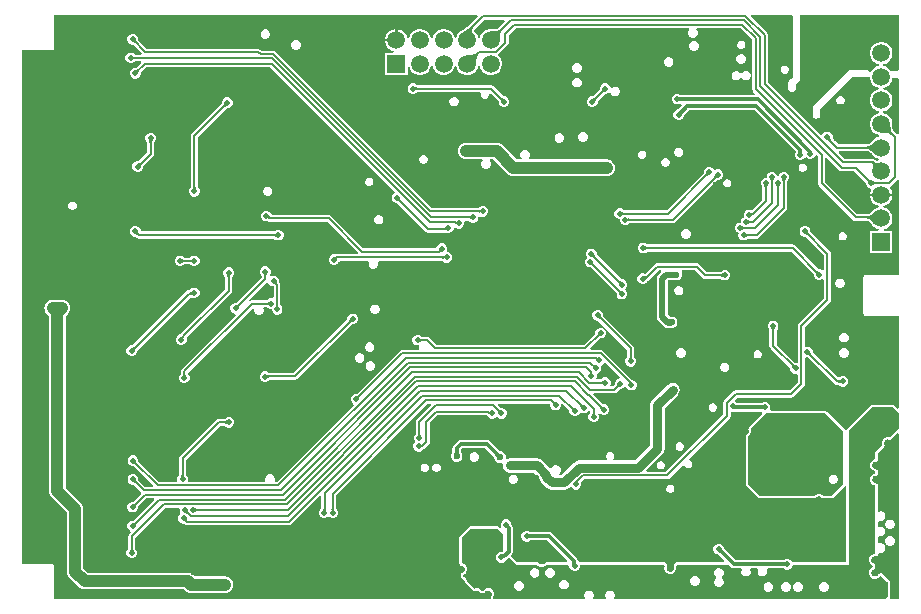
<source format=gbl>
G04*
G04 #@! TF.GenerationSoftware,Altium Limited,Altium Designer,24.4.1 (13)*
G04*
G04 Layer_Physical_Order=4*
G04 Layer_Color=16711680*
%FSLAX44Y44*%
%MOMM*%
G71*
G04*
G04 #@! TF.SameCoordinates,5027E0DA-7AC5-4DA1-8C9F-505C02323C3A*
G04*
G04*
G04 #@! TF.FilePolarity,Positive*
G04*
G01*
G75*
%ADD10C,0.2000*%
%ADD14C,0.1500*%
%ADD73C,0.3000*%
%ADD75C,0.5000*%
%ADD77C,1.0000*%
%ADD78C,0.8000*%
%ADD79C,1.5000*%
%ADD80R,1.5000X1.5000*%
%ADD81C,0.5000*%
%ADD82C,0.6000*%
G36*
X613942Y712268D02*
X607332Y705657D01*
X607226Y705622D01*
X606620Y705469D01*
X605911Y705340D01*
X605116Y705240D01*
X604378Y705198D01*
X603251Y705500D01*
X600749D01*
X598333Y704853D01*
X596167Y703602D01*
X594398Y701833D01*
X593147Y699667D01*
X592657Y697838D01*
X591343D01*
X590853Y699667D01*
X589602Y701833D01*
X587833Y703602D01*
X588118Y704793D01*
X596767Y713441D01*
X613456D01*
X613942Y712268D01*
D02*
G37*
G36*
X586897Y706483D02*
X586503Y706028D01*
X586212Y705552D01*
X586024Y705055D01*
X585939Y704538D01*
X585956Y704001D01*
X586076Y703443D01*
X586299Y702864D01*
X586625Y702265D01*
X587053Y701646D01*
X587585Y701006D01*
X577813Y702223D01*
X584959Y707373D01*
X586897Y706483D01*
D02*
G37*
G36*
X611145Y703731D02*
X610822Y703347D01*
X610534Y702879D01*
X610281Y702326D01*
X610063Y701687D01*
X609881Y700964D01*
X609734Y700156D01*
X609623Y699263D01*
X609505Y697223D01*
X609500Y696075D01*
X602075Y703500D01*
X603223Y703505D01*
X605263Y703623D01*
X606156Y703734D01*
X606964Y703881D01*
X607687Y704063D01*
X608326Y704281D01*
X608879Y704534D01*
X609347Y704822D01*
X609731Y705145D01*
X611145Y703731D01*
D02*
G37*
G36*
X591145Y683731D02*
X590822Y683347D01*
X590534Y682879D01*
X590281Y682326D01*
X590063Y681687D01*
X589881Y680964D01*
X589734Y680156D01*
X589623Y679263D01*
X589505Y677223D01*
X589500Y676075D01*
X582075Y683500D01*
X583223Y683505D01*
X585263Y683623D01*
X586156Y683734D01*
X586964Y683881D01*
X587687Y684063D01*
X588326Y684281D01*
X588879Y684534D01*
X589347Y684822D01*
X589731Y685145D01*
X591145Y683731D01*
D02*
G37*
G36*
X947451Y671050D02*
X946181Y670023D01*
X946000Y670059D01*
X943000D01*
X941830Y669826D01*
X941775Y669789D01*
X940538Y670078D01*
X940102Y670833D01*
X938333Y672602D01*
X936167Y673853D01*
X934338Y674343D01*
Y675657D01*
X936167Y676147D01*
X938333Y677398D01*
X940102Y679167D01*
X941352Y681333D01*
X942000Y683749D01*
Y686251D01*
X941352Y688667D01*
X940102Y690833D01*
X938333Y692602D01*
X936167Y693853D01*
X933751Y694500D01*
X931249D01*
X928833Y693853D01*
X926667Y692602D01*
X924898Y690833D01*
X923647Y688667D01*
X923000Y686251D01*
Y683749D01*
X923647Y681333D01*
X924898Y679167D01*
X926667Y677398D01*
X928833Y676147D01*
X930662Y675657D01*
Y674343D01*
X928833Y673853D01*
X926667Y672602D01*
X924898Y670833D01*
X923927Y669151D01*
X922531Y669123D01*
X922521Y669127D01*
X922163Y669663D01*
X921171Y670326D01*
X920000Y670559D01*
X906500D01*
X906500Y670559D01*
X905330Y670326D01*
X904337Y669663D01*
X897837Y663163D01*
X897837Y663163D01*
X875337Y640663D01*
X874674Y639670D01*
X874441Y638500D01*
X874441Y638500D01*
Y632500D01*
X874674Y631329D01*
X875337Y630337D01*
X876329Y629674D01*
X877500Y629441D01*
X878671Y629674D01*
X879663Y630337D01*
X880326Y631329D01*
X880559Y632500D01*
Y637233D01*
X902163Y658837D01*
X902163Y658837D01*
X902163Y658837D01*
X907767Y664441D01*
X920000D01*
X921171Y664674D01*
X921730Y665048D01*
X923000Y664478D01*
Y663749D01*
X923647Y661333D01*
X924898Y659167D01*
X926667Y657398D01*
X928833Y656147D01*
X930662Y655657D01*
Y654343D01*
X928833Y653853D01*
X926667Y652602D01*
X924898Y650833D01*
X923647Y648667D01*
X923000Y646251D01*
Y643749D01*
X923647Y641333D01*
X924898Y639167D01*
X926667Y637398D01*
X928833Y636147D01*
X930662Y635657D01*
Y634343D01*
X928833Y633853D01*
X926667Y632602D01*
X924898Y630833D01*
X923647Y628667D01*
X923000Y626251D01*
Y623749D01*
X923647Y621333D01*
X924898Y619167D01*
X926667Y617398D01*
X928833Y616147D01*
X930662Y615657D01*
Y614343D01*
X928833Y613853D01*
X926667Y612602D01*
X924898Y610833D01*
X924315Y609823D01*
X923763Y609331D01*
X923131Y608839D01*
X922537Y608428D01*
X922001Y608108D01*
X921901Y608059D01*
X896489D01*
X891483Y613064D01*
X891500Y613105D01*
Y614895D01*
X890815Y616549D01*
X889549Y617815D01*
X887895Y618500D01*
X886105D01*
X884451Y617815D01*
X883185Y616549D01*
X883006Y616116D01*
X881508Y615818D01*
X837059Y660267D01*
Y700000D01*
X837059Y700000D01*
X836826Y701171D01*
X836163Y702163D01*
X822048Y716278D01*
X822534Y717451D01*
X856858Y717451D01*
X857941Y716181D01*
Y664767D01*
X856043Y662868D01*
X855829Y662826D01*
X854837Y662163D01*
X854174Y661171D01*
X853941Y660000D01*
Y655000D01*
X854174Y653829D01*
X854837Y652837D01*
X855829Y652174D01*
X857000Y651941D01*
X858170Y652174D01*
X859163Y652837D01*
X859826Y653829D01*
X860059Y655000D01*
Y658233D01*
X863163Y661337D01*
X863163Y661337D01*
X863826Y662329D01*
X864059Y663500D01*
X864059Y663500D01*
Y717000D01*
X864429Y717451D01*
X947451D01*
Y671050D01*
D02*
G37*
G36*
X590952Y716278D02*
X581699Y707025D01*
X578894Y705003D01*
X578333Y704853D01*
X576167Y703602D01*
X574398Y701833D01*
X573147Y699667D01*
X572657Y697838D01*
X571343D01*
X570853Y699667D01*
X569602Y701833D01*
X567833Y703602D01*
X565667Y704853D01*
X563251Y705500D01*
X560749D01*
X558333Y704853D01*
X556167Y703602D01*
X554398Y701833D01*
X553147Y699667D01*
X552657Y697838D01*
X551343D01*
X550853Y699667D01*
X549602Y701833D01*
X547833Y703602D01*
X545667Y704853D01*
X543251Y705500D01*
X540749D01*
X538333Y704853D01*
X536167Y703602D01*
X534398Y701833D01*
X533147Y699667D01*
X532657Y697838D01*
X531343D01*
X530853Y699667D01*
X529602Y701833D01*
X527833Y703602D01*
X525667Y704853D01*
X523251Y705500D01*
X523000D01*
Y696000D01*
X522000D01*
Y695000D01*
X512500D01*
Y694749D01*
X513147Y692333D01*
X514398Y690167D01*
X516167Y688398D01*
X518333Y687147D01*
X519742Y686770D01*
X519575Y685500D01*
X512500D01*
Y666500D01*
X531500D01*
Y673575D01*
X532770Y673742D01*
X533147Y672333D01*
X534398Y670167D01*
X536167Y668398D01*
X538333Y667147D01*
X540749Y666500D01*
X543251D01*
X545667Y667147D01*
X547833Y668398D01*
X549602Y670167D01*
X550853Y672333D01*
X551343Y674162D01*
X552657D01*
X553147Y672333D01*
X554398Y670167D01*
X556167Y668398D01*
X558333Y667147D01*
X560749Y666500D01*
X563251D01*
X565667Y667147D01*
X567833Y668398D01*
X569602Y670167D01*
X570853Y672333D01*
X571343Y674162D01*
X572657D01*
X573147Y672333D01*
X574398Y670167D01*
X576167Y668398D01*
X578333Y667147D01*
X580749Y666500D01*
X583251D01*
X585667Y667147D01*
X587833Y668398D01*
X589602Y670167D01*
X590853Y672333D01*
X591343Y674162D01*
X592657D01*
X593147Y672333D01*
X594398Y670167D01*
X596167Y668398D01*
X598333Y667147D01*
X600749Y666500D01*
X603251D01*
X605667Y667147D01*
X607833Y668398D01*
X609602Y670167D01*
X610853Y672333D01*
X611500Y674749D01*
Y677251D01*
X610853Y679667D01*
X609602Y681833D01*
X608242Y683193D01*
X608305Y683837D01*
X616234Y691766D01*
X616897Y692758D01*
X617130Y693929D01*
Y699804D01*
X623267Y705941D01*
X769488D01*
X770014Y704671D01*
X769609Y704266D01*
X769000Y702796D01*
Y701204D01*
X769609Y699734D01*
X770734Y698609D01*
X772204Y698000D01*
X773796D01*
X775266Y698609D01*
X776391Y699734D01*
X777000Y701204D01*
Y702796D01*
X776391Y704266D01*
X775986Y704671D01*
X776512Y705941D01*
X813783D01*
X823441Y696283D01*
Y654500D01*
X823441Y654500D01*
X823674Y653329D01*
X824337Y652337D01*
X825932Y650742D01*
X825446Y649569D01*
X762795D01*
X762549Y649815D01*
X760895Y650500D01*
X759105D01*
X757451Y649815D01*
X756185Y648549D01*
X755500Y646895D01*
Y645105D01*
X756185Y643451D01*
X757451Y642185D01*
X759105Y641500D01*
X760895D01*
X762549Y642185D01*
X762552Y642188D01*
X763258Y642100D01*
X763717Y640763D01*
X760453Y637500D01*
X760105D01*
X758451Y636815D01*
X757185Y635549D01*
X756500Y633895D01*
Y632105D01*
X757185Y630451D01*
X758451Y629185D01*
X760105Y628500D01*
X761895D01*
X763549Y629185D01*
X764815Y630451D01*
X765500Y632105D01*
Y632453D01*
X769478Y636431D01*
X825451D01*
X860259Y601623D01*
X860185Y601549D01*
X859500Y599895D01*
Y598105D01*
X860185Y596451D01*
X861451Y595185D01*
X863105Y594500D01*
X864895D01*
X866549Y595185D01*
X867815Y596451D01*
X867837Y596503D01*
X869335Y596801D01*
X869951Y596185D01*
X871605Y595500D01*
X873395D01*
X875049Y596185D01*
X876315Y597451D01*
X876641Y598237D01*
X877991Y598506D01*
X878941Y597660D01*
Y575000D01*
X878941Y575000D01*
X879174Y573829D01*
X879837Y572837D01*
X908837Y543837D01*
X908837Y543837D01*
X909829Y543174D01*
X911000Y542941D01*
X921792D01*
X921877Y542895D01*
X922345Y542575D01*
X922853Y542162D01*
X923380Y541666D01*
X923634Y541382D01*
X923647Y541333D01*
X924898Y539167D01*
X926667Y537398D01*
X928833Y536147D01*
X930242Y535770D01*
X930075Y534500D01*
X923000D01*
Y515500D01*
X942000D01*
Y534500D01*
X934925D01*
X934758Y535770D01*
X936167Y536147D01*
X938333Y537398D01*
X940102Y539167D01*
X941352Y541333D01*
X942000Y543749D01*
Y546251D01*
X941352Y548667D01*
X940102Y550833D01*
X938333Y552602D01*
X936167Y553853D01*
X934338Y554343D01*
Y555657D01*
X936167Y556147D01*
X938333Y557398D01*
X940102Y559167D01*
X941352Y561333D01*
X942000Y563749D01*
Y564000D01*
X932500D01*
X923000D01*
Y563749D01*
X923647Y561333D01*
X924898Y559167D01*
X926667Y557398D01*
X928833Y556147D01*
X930662Y555657D01*
Y554343D01*
X928833Y553853D01*
X926667Y552602D01*
X924898Y550833D01*
X924805Y550671D01*
X924247Y550277D01*
X922801Y549395D01*
X922214Y549093D01*
X922137Y549059D01*
X912267D01*
X885059Y576267D01*
Y595956D01*
X886232Y596442D01*
X896837Y585837D01*
X896837Y585837D01*
X897830Y585174D01*
X899000Y584941D01*
X909733D01*
X919500Y575174D01*
Y574105D01*
X920185Y572451D01*
X921451Y571185D01*
X923105Y570500D01*
X923436D01*
X924071Y569400D01*
X923647Y568667D01*
X923000Y566251D01*
Y566000D01*
X932500D01*
X942000D01*
Y566251D01*
X941352Y568667D01*
X940102Y570833D01*
X940075Y570860D01*
X940110Y571339D01*
X940402Y572329D01*
X941163Y572837D01*
X946163Y577837D01*
X946163Y577837D01*
X946181Y577864D01*
X947451Y577479D01*
Y497549D01*
X920000D01*
X919025Y497355D01*
X918198Y496802D01*
X917645Y495975D01*
X917451Y495000D01*
Y465000D01*
X917645Y464025D01*
X918198Y463198D01*
X919025Y462645D01*
X920000Y462451D01*
X947451D01*
Y384592D01*
X946278Y384106D01*
X943942Y386442D01*
X943280Y386884D01*
X942500Y387039D01*
X925000D01*
X925000Y387039D01*
X924220Y386884D01*
X923558Y386442D01*
X923558Y386442D01*
X903558Y366442D01*
X903165Y365853D01*
X902601Y365780D01*
X902399D01*
X901836Y365853D01*
X901442Y366442D01*
X901442Y366442D01*
X886442Y381442D01*
X885780Y381884D01*
X885000Y382039D01*
X839019D01*
X838170Y383309D01*
X838500Y384105D01*
Y385895D01*
X837815Y387549D01*
X836549Y388815D01*
X834895Y389500D01*
X833105D01*
X831451Y388815D01*
X831205Y388569D01*
X810795D01*
X809549Y389815D01*
X809116Y389994D01*
X808818Y391492D01*
X810726Y393400D01*
X856459D01*
X856459Y393400D01*
X857629Y393633D01*
X858622Y394296D01*
X867163Y402837D01*
X867163Y402837D01*
X867826Y403829D01*
X868059Y405000D01*
Y426801D01*
X869105Y427500D01*
X870174D01*
X892837Y404837D01*
X892837Y404837D01*
X893829Y404174D01*
X895000Y403941D01*
X895000Y403941D01*
X896695D01*
X897451Y403185D01*
X899105Y402500D01*
X900895D01*
X902549Y403185D01*
X903815Y404451D01*
X904500Y406105D01*
Y407895D01*
X903815Y409549D01*
X902549Y410815D01*
X900895Y411500D01*
X899105D01*
X897451Y410815D01*
X897290Y410654D01*
X895671D01*
X874500Y431826D01*
Y432895D01*
X873815Y434549D01*
X872549Y435815D01*
X870895Y436500D01*
X869105D01*
X868059Y437199D01*
Y452733D01*
X889163Y473837D01*
X889163Y473837D01*
X889826Y474829D01*
X890059Y476000D01*
X890059Y476000D01*
Y515000D01*
X890059Y515000D01*
X889826Y516171D01*
X889163Y517163D01*
X872500Y533826D01*
Y534895D01*
X871815Y536549D01*
X870549Y537815D01*
X868895Y538500D01*
X867105D01*
X865451Y537815D01*
X864185Y536549D01*
X863500Y534895D01*
Y533105D01*
X864185Y531451D01*
X865451Y530185D01*
X867105Y529500D01*
X868174D01*
X883941Y513733D01*
Y501719D01*
X882671Y501193D01*
X882549Y501315D01*
X880895Y502000D01*
X879826D01*
X859663Y522163D01*
X858671Y522826D01*
X857500Y523059D01*
X857500Y523059D01*
X734305D01*
X733549Y523815D01*
X731895Y524500D01*
X730105D01*
X728451Y523815D01*
X727185Y522549D01*
X726500Y520895D01*
Y519105D01*
X727185Y517451D01*
X728451Y516185D01*
X730105Y515500D01*
X731895D01*
X733549Y516185D01*
X734305Y516941D01*
X856233D01*
X875500Y497674D01*
Y496605D01*
X876185Y494951D01*
X877451Y493685D01*
X879105Y493000D01*
X880895D01*
X882549Y493685D01*
X882671Y493807D01*
X883941Y493281D01*
Y477267D01*
X862837Y456163D01*
X862174Y455171D01*
X861941Y454000D01*
X861941Y454000D01*
Y423199D01*
X860895Y422500D01*
X859826D01*
X844059Y438267D01*
Y450695D01*
X844815Y451451D01*
X845500Y453105D01*
Y454895D01*
X844815Y456549D01*
X843549Y457815D01*
X841895Y458500D01*
X840105D01*
X838451Y457815D01*
X837185Y456549D01*
X836500Y454895D01*
Y453105D01*
X837185Y451451D01*
X837941Y450695D01*
Y437000D01*
X837941Y437000D01*
X838174Y435830D01*
X838837Y434837D01*
X855500Y418174D01*
Y417105D01*
X856185Y415451D01*
X857451Y414185D01*
X859105Y413500D01*
X860895D01*
X861941Y412801D01*
Y406267D01*
X855192Y399518D01*
X809459D01*
X809459Y399518D01*
X808288Y399285D01*
X807296Y398622D01*
X807296Y398622D01*
X799837Y391163D01*
X799174Y390171D01*
X798941Y389000D01*
X798941Y389000D01*
Y379267D01*
X750233Y330559D01*
X733870D01*
X733384Y331732D01*
X747326Y345674D01*
X748652Y347659D01*
X749118Y350000D01*
Y356000D01*
Y384466D01*
X760326Y395674D01*
X761652Y397659D01*
X762118Y400000D01*
X761652Y402341D01*
X760326Y404326D01*
X758341Y405652D01*
X756000Y406118D01*
X753659Y405652D01*
X751674Y404326D01*
X738674Y391326D01*
X737348Y389341D01*
X736882Y387000D01*
Y356000D01*
Y352534D01*
X724466Y340117D01*
X705839D01*
X705337Y341387D01*
X705967Y342017D01*
X706500Y343304D01*
Y344696D01*
X705967Y345983D01*
X704983Y346967D01*
X703696Y347500D01*
X702304D01*
X701017Y346967D01*
X700033Y345983D01*
X699500Y344696D01*
Y343304D01*
X700033Y342017D01*
X700663Y341387D01*
X700161Y340117D01*
X697000D01*
X697000Y340118D01*
X676686D01*
X674345Y339652D01*
X672361Y338326D01*
X661652Y327617D01*
X659938D01*
X659544Y328887D01*
X660391Y329734D01*
X661000Y331204D01*
Y332796D01*
X660391Y334266D01*
X659266Y335391D01*
X657796Y336000D01*
X656204D01*
X654734Y335391D01*
X653609Y334266D01*
X653490Y333979D01*
X651992Y333680D01*
X645347Y340326D01*
X643362Y341652D01*
X641021Y342118D01*
X618000D01*
X615659Y341652D01*
X615610Y341619D01*
X614500Y342405D01*
Y343995D01*
X613739Y345832D01*
X612332Y347239D01*
X610494Y348000D01*
X609547D01*
X601023Y356523D01*
X599866Y357297D01*
X598500Y357569D01*
X576500D01*
X575134Y357297D01*
X573977Y356523D01*
X570477Y353023D01*
X569703Y351866D01*
X569431Y350500D01*
Y347474D01*
X568761Y346804D01*
X568000Y344966D01*
Y342977D01*
X568761Y341139D01*
X570168Y339733D01*
X572005Y338972D01*
X573994D01*
X575832Y339733D01*
X577239Y341139D01*
X578000Y342977D01*
Y344966D01*
X577239Y346804D01*
X576568Y347474D01*
Y349022D01*
X577978Y350431D01*
X597022D01*
X604500Y342953D01*
Y342005D01*
X605261Y340168D01*
X606668Y338761D01*
X608505Y338000D01*
X610494D01*
X611030Y338222D01*
X612143Y337308D01*
X611883Y336000D01*
X612348Y333659D01*
X613674Y331674D01*
X615659Y330348D01*
X618000Y329882D01*
X638487D01*
X643129Y325240D01*
X643348Y324138D01*
X644674Y322154D01*
X649653Y317174D01*
X651638Y315848D01*
X653979Y315382D01*
X664186D01*
X666527Y315848D01*
X668512Y317174D01*
X669004Y317667D01*
X670385Y317251D01*
X671451Y316185D01*
X673105Y315500D01*
X674895D01*
X676549Y316185D01*
X677815Y317451D01*
X678500Y319105D01*
Y320895D01*
X678272Y321446D01*
X681267Y324441D01*
X751500D01*
X751500Y324441D01*
X752671Y324674D01*
X753663Y325337D01*
X764327Y336001D01*
X765771Y335649D01*
X766033Y335017D01*
X767017Y334033D01*
X768304Y333500D01*
X769696D01*
X770983Y334033D01*
X771967Y335017D01*
X772500Y336304D01*
Y337696D01*
X771967Y338983D01*
X770983Y339967D01*
X770351Y340229D01*
X769999Y341673D01*
X804163Y375837D01*
X804163Y375837D01*
X804826Y376829D01*
X805059Y378000D01*
Y380801D01*
X806105Y381500D01*
X807895D01*
X807993Y381540D01*
X808541Y381431D01*
X831205D01*
X831451Y381185D01*
X831703Y381081D01*
X831951Y379835D01*
X820617Y368501D01*
X820175Y367839D01*
X820020Y367059D01*
X820175Y366279D01*
X820461Y365589D01*
Y364411D01*
X820010Y363323D01*
X819145Y362457D01*
X818558Y362066D01*
X818116Y361404D01*
X817961Y360624D01*
Y320000D01*
X818116Y319220D01*
X818558Y318558D01*
X818558Y318558D01*
X828558Y308558D01*
X829220Y308116D01*
X830000Y307961D01*
X875929D01*
X876709Y308116D01*
X877371Y308558D01*
X878323Y309510D01*
X879411Y309961D01*
X880589D01*
X881677Y309510D01*
X882629Y308558D01*
X883291Y308116D01*
X884071Y307961D01*
X890000D01*
X890780Y308116D01*
X891442Y308558D01*
X891442Y308558D01*
X901442Y318558D01*
X901691Y318930D01*
X902961Y318619D01*
Y254039D01*
X857500D01*
X857158Y253971D01*
X856815Y254799D01*
X855549Y256065D01*
X853895Y256750D01*
X852105D01*
X850451Y256065D01*
X850205Y255819D01*
X809228D01*
X799500Y265547D01*
Y265895D01*
X798815Y267549D01*
X797549Y268815D01*
X795895Y269500D01*
X794105D01*
X792451Y268815D01*
X791185Y267549D01*
X790500Y265895D01*
Y264105D01*
X791185Y262451D01*
X792451Y261185D01*
X794105Y260500D01*
X794453D01*
X799741Y255212D01*
X799255Y254039D01*
X774455D01*
X759544Y254039D01*
X759347Y254000D01*
X759146D01*
X758961Y253923D01*
X758764Y253884D01*
X758597Y253772D01*
X758411Y253696D01*
X758269Y253554D01*
X758102Y253442D01*
X757990Y253275D01*
X757848Y253133D01*
X757000Y251863D01*
X756923Y251677D01*
X756811Y251510D01*
X756772Y251313D01*
X756695Y251128D01*
Y250927D01*
X756656Y250730D01*
X756695Y250533D01*
Y250332D01*
X756772Y250147D01*
X756811Y249950D01*
X756961Y249589D01*
Y248411D01*
X756510Y247323D01*
X755677Y246490D01*
X754589Y246039D01*
X753411D01*
X752323Y246490D01*
X751490Y247323D01*
X751039Y248411D01*
Y249589D01*
X751189Y249950D01*
X751228Y250147D01*
X751305Y250332D01*
Y250533D01*
X751344Y250730D01*
X751305Y250927D01*
Y251128D01*
X751228Y251313D01*
X751189Y251510D01*
X751077Y251677D01*
X751000Y251863D01*
X750152Y253133D01*
X750010Y253275D01*
X749898Y253442D01*
X749731Y253554D01*
X749589Y253696D01*
X749403Y253772D01*
X749236Y253884D01*
X749039Y253923D01*
X748854Y254000D01*
X748653D01*
X748456Y254039D01*
X677570D01*
X677472Y254020D01*
X676999Y254142D01*
X676317Y254700D01*
X676168Y254957D01*
X675972Y255940D01*
X675199Y257098D01*
X653773Y278523D01*
X652616Y279297D01*
X651250Y279569D01*
X635045D01*
X634799Y279815D01*
X633145Y280500D01*
X631355D01*
X629701Y279815D01*
X628435Y278549D01*
X627750Y276895D01*
Y275105D01*
X628435Y273451D01*
X629701Y272185D01*
X631355Y271500D01*
X633145D01*
X634799Y272185D01*
X635045Y272431D01*
X649772D01*
X666894Y255309D01*
X666368Y254039D01*
X649071D01*
X649071Y254039D01*
X648291Y253884D01*
X647629Y253442D01*
X647629Y253442D01*
X646677Y252490D01*
X645589Y252039D01*
X644411D01*
X643323Y252490D01*
X642371Y253442D01*
X641709Y253884D01*
X640929Y254039D01*
X623845D01*
X618465Y259419D01*
X619523Y260477D01*
X620297Y261634D01*
X620569Y263000D01*
Y283209D01*
X620297Y284574D01*
X619523Y285732D01*
X619500Y285756D01*
Y286645D01*
X618815Y288299D01*
X617549Y289565D01*
X615895Y290250D01*
X614105D01*
X612451Y289565D01*
X611185Y288299D01*
X610500Y286645D01*
Y284855D01*
X610977Y283703D01*
X609901Y282983D01*
X608942Y283942D01*
X608280Y284384D01*
X607500Y284539D01*
X585000D01*
X584220Y284384D01*
X583558Y283942D01*
X583558Y283942D01*
X576058Y276442D01*
X575616Y275780D01*
X575461Y275000D01*
Y253000D01*
X575616Y252220D01*
X576058Y251558D01*
X576720Y251116D01*
X577500Y250961D01*
X577589D01*
X578677Y250510D01*
X579510Y249677D01*
X579961Y248589D01*
Y247411D01*
X579510Y246323D01*
X578677Y245490D01*
X577781Y245119D01*
X577476Y244915D01*
X577164Y244720D01*
X577145Y244694D01*
X577119Y244677D01*
X576915Y244371D01*
X576702Y244072D01*
X576596Y243837D01*
X576546Y243618D01*
X576458Y243410D01*
X576457Y243234D01*
X576417Y243062D01*
X576455Y242840D01*
X576453Y242615D01*
X576702Y241321D01*
X576780Y241129D01*
X576821Y240926D01*
X576929Y240764D01*
X577002Y240584D01*
X577147Y240436D01*
X577263Y240264D01*
X577424Y240156D01*
X577561Y240018D01*
X577752Y239937D01*
X577924Y239822D01*
X578677Y239510D01*
X579510Y238677D01*
X580112Y237223D01*
X580554Y236562D01*
X586852Y230264D01*
X587183Y230043D01*
X587514Y229822D01*
X588294Y229666D01*
X589075Y229821D01*
X589411Y229961D01*
X590589D01*
X591677Y229510D01*
X592660Y228527D01*
X592871Y228212D01*
X593532Y227770D01*
X594313Y227615D01*
X595687D01*
X596468Y227770D01*
X597129Y228212D01*
X597129Y228212D01*
X597340Y228527D01*
X598323Y229510D01*
X599411Y229961D01*
X600589D01*
X601677Y229510D01*
X602510Y228677D01*
X602961Y227589D01*
Y226411D01*
X602510Y225323D01*
X602448Y225261D01*
X602006Y224599D01*
X601851Y223819D01*
X600922Y222549D01*
X232549D01*
Y250000D01*
X232355Y250975D01*
X231802Y251802D01*
X230975Y252355D01*
X230000Y252549D01*
X205000D01*
Y687451D01*
X230000D01*
X230975Y687645D01*
X231802Y688198D01*
X232355Y689025D01*
X232549Y690000D01*
Y717451D01*
X590466Y717451D01*
X590952Y716278D01*
D02*
G37*
G36*
X761847Y647702D02*
X761932Y647660D01*
X762043Y647623D01*
X762177Y647590D01*
X762337Y647562D01*
X762728Y647523D01*
X763218Y647503D01*
X763500Y647500D01*
Y644500D01*
X763218Y644498D01*
X762337Y644437D01*
X762177Y644410D01*
X762043Y644378D01*
X761932Y644340D01*
X761847Y644297D01*
X761785Y644250D01*
Y647750D01*
X761847Y647702D01*
D02*
G37*
G36*
X764536Y634414D02*
X764338Y634213D01*
X763757Y633547D01*
X763664Y633415D01*
X763592Y633297D01*
X763540Y633193D01*
X763510Y633102D01*
X763500Y633025D01*
X761025Y635500D01*
X761102Y635510D01*
X761193Y635540D01*
X761297Y635592D01*
X761415Y635664D01*
X761547Y635757D01*
X761853Y636006D01*
X762213Y636338D01*
X762414Y636535D01*
X764536Y634414D01*
D02*
G37*
G36*
X943000Y663941D02*
X946000D01*
X946181Y663977D01*
X947451Y662950D01*
Y616521D01*
X946181Y616135D01*
X946163Y616163D01*
X942358Y619967D01*
X942322Y620068D01*
X942152Y620689D01*
X942005Y621384D01*
X941812Y623047D01*
X942000Y623749D01*
Y626251D01*
X941352Y628667D01*
X940102Y630833D01*
X938333Y632602D01*
X936167Y633853D01*
X934338Y634343D01*
Y635657D01*
X936167Y636147D01*
X938333Y637398D01*
X940102Y639167D01*
X941352Y641333D01*
X942000Y643749D01*
Y646251D01*
X941352Y648667D01*
X940102Y650833D01*
X938333Y652602D01*
X936167Y653853D01*
X934338Y654343D01*
Y655657D01*
X936167Y656147D01*
X938333Y657398D01*
X940102Y659167D01*
X941352Y661333D01*
X942000Y663749D01*
X942383Y664064D01*
X943000Y663941D01*
D02*
G37*
G36*
X940054Y624106D02*
X940401Y621122D01*
X940573Y620306D01*
X940773Y619579D01*
X941002Y618940D01*
X941258Y618391D01*
X941543Y617930D01*
X941855Y617559D01*
X940508Y616077D01*
X940115Y616410D01*
X939640Y616700D01*
X939084Y616949D01*
X938447Y617155D01*
X937730Y617320D01*
X936931Y617442D01*
X936052Y617523D01*
X934051Y617558D01*
X932928Y617512D01*
X939995Y625279D01*
X940054Y624106D01*
D02*
G37*
G36*
X889398Y613228D02*
X889386Y613033D01*
X889397Y612838D01*
X889430Y612646D01*
X889487Y612454D01*
X889567Y612264D01*
X889670Y612076D01*
X889796Y611889D01*
X889946Y611703D01*
X890118Y611518D01*
X888351Y610456D01*
X888173Y610627D01*
X887810Y610928D01*
X887626Y611058D01*
X887439Y611174D01*
X887250Y611278D01*
X887059Y611367D01*
X886866Y611444D01*
X886671Y611507D01*
X886474Y611556D01*
X889433Y613425D01*
X889398Y613228D01*
D02*
G37*
G36*
X873508Y602288D02*
X870247Y601083D01*
X870270Y601164D01*
X870269Y601258D01*
X870244Y601365D01*
X870195Y601486D01*
X870121Y601620D01*
X870023Y601768D01*
X869901Y601928D01*
X869584Y602290D01*
X869388Y602490D01*
X871649Y604472D01*
X873508Y602288D01*
D02*
G37*
G36*
X865515Y602489D02*
X865516Y602204D01*
X865586Y601069D01*
X865608Y600975D01*
X865633Y600908D01*
X865661Y600868D01*
X862361Y600888D01*
X862390Y600928D01*
X862416Y600995D01*
X862439Y601090D01*
X862459Y601212D01*
X862490Y601536D01*
X862513Y602227D01*
X862515Y602511D01*
X865515Y602489D01*
D02*
G37*
G36*
X927144Y599750D02*
X926328Y600558D01*
X924802Y601917D01*
X924092Y602470D01*
X923417Y602938D01*
X922777Y603320D01*
X922172Y603618D01*
X921602Y603830D01*
X921067Y603957D01*
X920567Y604000D01*
Y606000D01*
X921067Y606043D01*
X921602Y606170D01*
X922172Y606382D01*
X922777Y606680D01*
X923417Y607062D01*
X924092Y607530D01*
X924802Y608083D01*
X926328Y609442D01*
X927144Y610250D01*
Y599750D01*
D02*
G37*
G36*
X922001Y601892D02*
X922537Y601572D01*
X923131Y601161D01*
X923763Y600669D01*
X924315Y600177D01*
X924898Y599167D01*
X926667Y597398D01*
X928833Y596147D01*
X930662Y595657D01*
Y594343D01*
X928833Y593853D01*
X928605Y593721D01*
X927663Y594663D01*
X926671Y595326D01*
X925500Y595559D01*
X925500Y595559D01*
X901767D01*
X896558Y600768D01*
X897044Y601941D01*
X921901D01*
X922001Y601892D01*
D02*
G37*
G36*
X926563Y592882D02*
X926931Y592607D01*
X927312Y592380D01*
X927705Y592203D01*
X928110Y592076D01*
X928528Y591998D01*
X928959Y591969D01*
X929402Y591989D01*
X929857Y592059D01*
X930325Y592178D01*
X925559Y587841D01*
X925718Y588288D01*
X925825Y588723D01*
X925879Y589146D01*
X925881Y589558D01*
X925830Y589959D01*
X925727Y590349D01*
X925572Y590727D01*
X925365Y591094D01*
X925105Y591449D01*
X924793Y591793D01*
X926207Y593207D01*
X926563Y592882D01*
D02*
G37*
G36*
X922207Y578217D02*
X922392Y578065D01*
X922579Y577931D01*
X922769Y577814D01*
X922963Y577717D01*
X923159Y577637D01*
X923359Y577575D01*
X923561Y577532D01*
X923766Y577507D01*
X923975Y577500D01*
X921500Y575025D01*
X921493Y575233D01*
X921468Y575439D01*
X921425Y575641D01*
X921363Y575841D01*
X921283Y576037D01*
X921186Y576231D01*
X921069Y576421D01*
X920935Y576608D01*
X920783Y576792D01*
X920612Y576974D01*
X922026Y578388D01*
X922207Y578217D01*
D02*
G37*
G36*
X925938Y576608D02*
X926101Y576480D01*
X926275Y576367D01*
X926459Y576270D01*
X926654Y576188D01*
X926860Y576120D01*
X927077Y576068D01*
X927304Y576030D01*
X927542Y576007D01*
X927791Y576000D01*
Y574000D01*
X927542Y573993D01*
X927304Y573970D01*
X927077Y573932D01*
X926860Y573880D01*
X926654Y573812D01*
X926459Y573730D01*
X926275Y573633D01*
X926101Y573520D01*
X925938Y573392D01*
X925785Y573250D01*
Y576750D01*
X925938Y576608D01*
D02*
G37*
G36*
X926492Y540511D02*
X925828Y541364D01*
X924544Y542800D01*
X923923Y543384D01*
X923317Y543878D01*
X922725Y544282D01*
X922147Y544596D01*
X921584Y544820D01*
X921035Y544955D01*
X920500Y545000D01*
X920772Y547000D01*
X921219Y547039D01*
X921725Y547157D01*
X922290Y547353D01*
X922914Y547627D01*
X923597Y547979D01*
X925138Y548919D01*
X926915Y550173D01*
X927892Y550917D01*
X926492Y540511D01*
D02*
G37*
G36*
X870507Y533767D02*
X870532Y533561D01*
X870575Y533358D01*
X870637Y533159D01*
X870717Y532963D01*
X870815Y532769D01*
X870931Y532579D01*
X871065Y532392D01*
X871217Y532207D01*
X871388Y532026D01*
X869974Y530612D01*
X869792Y530783D01*
X869608Y530935D01*
X869421Y531069D01*
X869231Y531185D01*
X869037Y531283D01*
X868841Y531363D01*
X868641Y531425D01*
X868439Y531468D01*
X868233Y531493D01*
X868025Y531500D01*
X870500Y533975D01*
X870507Y533767D01*
D02*
G37*
G36*
X732938Y521608D02*
X733101Y521480D01*
X733275Y521367D01*
X733459Y521270D01*
X733654Y521188D01*
X733860Y521120D01*
X734077Y521068D01*
X734304Y521030D01*
X734542Y521007D01*
X734791Y521000D01*
Y519000D01*
X734542Y518993D01*
X734304Y518970D01*
X734077Y518932D01*
X733860Y518880D01*
X733654Y518812D01*
X733459Y518730D01*
X733275Y518633D01*
X733101Y518520D01*
X732938Y518392D01*
X732785Y518250D01*
Y521750D01*
X732938Y521608D01*
D02*
G37*
G36*
X878207Y500717D02*
X878392Y500565D01*
X878579Y500431D01*
X878769Y500314D01*
X878963Y500217D01*
X879159Y500137D01*
X879359Y500075D01*
X879561Y500032D01*
X879766Y500007D01*
X879975Y500000D01*
X877500Y497525D01*
X877493Y497733D01*
X877468Y497939D01*
X877425Y498141D01*
X877363Y498341D01*
X877283Y498537D01*
X877186Y498731D01*
X877069Y498921D01*
X876935Y499108D01*
X876783Y499292D01*
X876612Y499474D01*
X878026Y500888D01*
X878207Y500717D01*
D02*
G37*
G36*
X842607Y452062D02*
X842480Y451899D01*
X842367Y451725D01*
X842270Y451541D01*
X842188Y451346D01*
X842120Y451140D01*
X842067Y450923D01*
X842030Y450696D01*
X842008Y450457D01*
X842000Y450209D01*
X840000D01*
X839993Y450457D01*
X839970Y450696D01*
X839932Y450923D01*
X839880Y451140D01*
X839812Y451346D01*
X839730Y451541D01*
X839632Y451725D01*
X839520Y451899D01*
X839392Y452062D01*
X839250Y452215D01*
X842750D01*
X842607Y452062D01*
D02*
G37*
G36*
X872507Y431767D02*
X872532Y431561D01*
X872575Y431359D01*
X872637Y431159D01*
X872717Y430963D01*
X872815Y430769D01*
X872931Y430579D01*
X873065Y430392D01*
X873217Y430207D01*
X873388Y430026D01*
X871974Y428612D01*
X871793Y428783D01*
X871608Y428935D01*
X871421Y429069D01*
X871231Y429185D01*
X871037Y429283D01*
X870841Y429363D01*
X870641Y429425D01*
X870439Y429468D01*
X870234Y429493D01*
X870025Y429500D01*
X872500Y431975D01*
X872507Y431767D01*
D02*
G37*
G36*
X858207Y421217D02*
X858392Y421065D01*
X858579Y420931D01*
X858769Y420815D01*
X858963Y420717D01*
X859159Y420637D01*
X859359Y420575D01*
X859561Y420532D01*
X859766Y420507D01*
X859975Y420500D01*
X857500Y418025D01*
X857493Y418233D01*
X857468Y418439D01*
X857425Y418642D01*
X857363Y418841D01*
X857283Y419037D01*
X857186Y419231D01*
X857069Y419421D01*
X856935Y419608D01*
X856783Y419793D01*
X856612Y419974D01*
X858026Y421388D01*
X858207Y421217D01*
D02*
G37*
G36*
X898215Y405250D02*
X898062Y405392D01*
X897899Y405520D01*
X897725Y405633D01*
X897541Y405730D01*
X897346Y405812D01*
X897140Y405880D01*
X896923Y405933D01*
X896696Y405970D01*
X896458Y405993D01*
X896209Y406000D01*
Y408000D01*
X896458Y408008D01*
X896696Y408030D01*
X896923Y408068D01*
X897140Y408120D01*
X897346Y408187D01*
X897541Y408270D01*
X897725Y408368D01*
X897899Y408480D01*
X898062Y408607D01*
X898215Y408750D01*
Y405250D01*
D02*
G37*
G36*
X809379Y386816D02*
X809448Y386749D01*
X809544Y386691D01*
X809666Y386640D01*
X809814Y386597D01*
X809988Y386562D01*
X810189Y386535D01*
X810670Y386504D01*
X810949Y386500D01*
X810791Y383500D01*
X807943Y383685D01*
X809336Y386890D01*
X809379Y386816D01*
D02*
G37*
G36*
X832215Y383250D02*
X832153Y383298D01*
X832068Y383340D01*
X831957Y383377D01*
X831823Y383410D01*
X831664Y383438D01*
X831272Y383478D01*
X830782Y383498D01*
X830500Y383500D01*
Y386500D01*
X830782Y386502D01*
X831664Y386562D01*
X831823Y386590D01*
X831957Y386623D01*
X832068Y386660D01*
X832153Y386702D01*
X832215Y386750D01*
Y383250D01*
D02*
G37*
G36*
X947500Y380000D02*
Y367500D01*
X939706Y359706D01*
X938995Y360000D01*
X937005D01*
X935168Y359239D01*
X933761Y357832D01*
X933000Y355995D01*
Y354005D01*
X933295Y353294D01*
X927500Y347500D01*
Y341000D01*
X927005D01*
X925168Y340239D01*
X923761Y338832D01*
X923000Y336995D01*
Y335005D01*
X923761Y333168D01*
X925168Y331761D01*
X927005Y331000D01*
X927500D01*
Y329000D01*
X927005D01*
X925168Y328239D01*
X923761Y326832D01*
X923000Y324995D01*
Y323005D01*
X923761Y321168D01*
X925168Y319761D01*
X927005Y319000D01*
X927500D01*
Y261000D01*
X926005D01*
X924168Y260239D01*
X922761Y258832D01*
X922000Y256995D01*
Y255005D01*
X922761Y253168D01*
X924168Y251761D01*
X925587Y251173D01*
Y249827D01*
X924168Y249239D01*
X922761Y247832D01*
X922000Y245995D01*
Y244005D01*
X922761Y242168D01*
X924168Y240761D01*
X926005Y240000D01*
X927995D01*
X929832Y240761D01*
X930680Y241609D01*
X931137Y242066D01*
D01*
X931239Y242168D01*
X931268Y242239D01*
X931529Y242290D01*
X931529D01*
X932514Y242486D01*
X937500Y237500D01*
D01*
X938000Y237000D01*
Y225000D01*
X935549Y222549D01*
X935049D01*
X935000Y222500D01*
X900000D01*
Y222549D01*
X707002D01*
X706391Y223734D01*
X707000Y225204D01*
Y226796D01*
X706391Y228266D01*
X705266Y229391D01*
X703796Y230000D01*
X702204D01*
X700734Y229391D01*
X699609Y228266D01*
X699000Y226796D01*
Y225204D01*
X699609Y223734D01*
X698998Y222549D01*
X689002D01*
X688391Y223734D01*
X689000Y225204D01*
Y226796D01*
X688391Y228266D01*
X687266Y229391D01*
X685796Y230000D01*
X684204D01*
X682734Y229391D01*
X681609Y228266D01*
X681000Y226796D01*
Y225204D01*
X681609Y223734D01*
X680998Y222549D01*
X604416D01*
X603890Y223819D01*
X604239Y224168D01*
X605000Y226005D01*
Y227995D01*
X604239Y229832D01*
X602832Y231239D01*
X600995Y232000D01*
X599005D01*
X597168Y231239D01*
X595761Y229832D01*
X595687Y229654D01*
X594313D01*
X594239Y229832D01*
X592832Y231239D01*
X590995Y232000D01*
X589005D01*
X588294Y231705D01*
X581996Y238004D01*
X581239Y239832D01*
X579832Y241239D01*
X578705Y241706D01*
X578456Y243000D01*
X578561Y243235D01*
X579832Y243761D01*
X581239Y245168D01*
X582000Y247005D01*
Y248995D01*
X581239Y250832D01*
X579832Y252239D01*
X577995Y253000D01*
X577500D01*
Y275000D01*
X585000Y282500D01*
X607500D01*
X612500Y277500D01*
Y263547D01*
X611453Y262500D01*
X610105D01*
X608451Y261815D01*
X607185Y260549D01*
X606500Y258895D01*
Y257105D01*
X607185Y255451D01*
X608451Y254185D01*
X610105Y253500D01*
X611895D01*
X613549Y254185D01*
X614815Y255451D01*
X615131Y256215D01*
X615523Y256477D01*
X617023Y257977D01*
X623000Y252000D01*
X640929D01*
X642168Y250761D01*
X644005Y250000D01*
X645995D01*
X647832Y250761D01*
X649071Y252000D01*
X654114D01*
X667273D01*
X668500Y250730D01*
Y250105D01*
X669185Y248451D01*
X670451Y247185D01*
X672105Y246500D01*
X673895D01*
X675549Y247185D01*
X676815Y248451D01*
X677500Y250105D01*
Y251895D01*
X677570Y252000D01*
X685508D01*
X748456D01*
X749305Y250730D01*
X749000Y249995D01*
Y248005D01*
X749761Y246168D01*
X751168Y244761D01*
X753005Y244000D01*
X754995D01*
X756832Y244761D01*
X758239Y246168D01*
X759000Y248005D01*
Y249995D01*
X758695Y250730D01*
X759544Y252000D01*
X774455Y252000D01*
X802953D01*
X805227Y249727D01*
X806384Y248953D01*
X807750Y248681D01*
X813407D01*
X814255Y247411D01*
X814000Y246796D01*
Y245204D01*
X814609Y243734D01*
X815734Y242609D01*
X817204Y242000D01*
X818796D01*
X820266Y242609D01*
X821391Y243734D01*
X822000Y245204D01*
Y246796D01*
X821745Y247411D01*
X822594Y248681D01*
X827406D01*
X828255Y247411D01*
X828000Y246796D01*
Y245204D01*
X828609Y243734D01*
X829734Y242609D01*
X831204Y242000D01*
X832796D01*
X834266Y242609D01*
X835391Y243734D01*
X836000Y245204D01*
Y246796D01*
X835745Y247411D01*
X836593Y248681D01*
X850205D01*
X850451Y248435D01*
X852105Y247750D01*
X853895D01*
X855549Y248435D01*
X856815Y249701D01*
X857500Y251355D01*
Y252000D01*
X905000D01*
Y365000D01*
X925000Y385000D01*
X942500D01*
X947500Y380000D01*
D02*
G37*
G36*
X947451Y362908D02*
Y222549D01*
X940043D01*
X939616Y223819D01*
X939884Y224220D01*
X940039Y225000D01*
Y237000D01*
X939884Y237780D01*
X939442Y238442D01*
X933956Y243928D01*
X933789Y244040D01*
X933647Y244182D01*
X933461Y244259D01*
X933294Y244370D01*
X933097Y244409D01*
X932912Y244486D01*
X932711D01*
X932514Y244526D01*
X932317Y244486D01*
X932116D01*
X930870Y244238D01*
X930685Y244162D01*
X930488Y244122D01*
X930321Y244011D01*
X930135Y243934D01*
X929993Y243792D01*
X929826Y243680D01*
X929743Y243555D01*
X928677Y242490D01*
X927589Y242039D01*
X926411D01*
X925323Y242490D01*
X924490Y243323D01*
X924039Y244411D01*
Y245589D01*
X924490Y246677D01*
X925323Y247510D01*
X926367Y247943D01*
X927029Y248385D01*
X927471Y249046D01*
X927626Y249827D01*
Y251173D01*
X927471Y251954D01*
X927029Y252615D01*
X926367Y253057D01*
X925323Y253490D01*
X924490Y254323D01*
X924039Y255411D01*
Y256589D01*
X924490Y257677D01*
X925323Y258510D01*
X926411Y258961D01*
X927500D01*
X928280Y259116D01*
X928942Y259558D01*
X929384Y260220D01*
X929539Y261000D01*
Y261315D01*
X930809Y262164D01*
X931204Y262000D01*
X932796D01*
X934266Y262609D01*
X935391Y263734D01*
X936000Y265204D01*
Y266796D01*
X935391Y268266D01*
X934266Y269391D01*
X932796Y270000D01*
X931204D01*
X930809Y269836D01*
X929539Y270685D01*
Y275315D01*
X930809Y276164D01*
X931204Y276000D01*
X932796D01*
X934266Y276609D01*
X935391Y277734D01*
X936000Y279204D01*
Y280796D01*
X935391Y282266D01*
X934266Y283391D01*
X932796Y284000D01*
X931204D01*
X930809Y283836D01*
X929539Y284685D01*
Y288315D01*
X930809Y289164D01*
X931204Y289000D01*
X932796D01*
X934266Y289609D01*
X935391Y290734D01*
X936000Y292204D01*
Y293796D01*
X935391Y295266D01*
X934266Y296391D01*
X932796Y297000D01*
X931204D01*
X930809Y296836D01*
X929539Y297685D01*
Y319000D01*
X929384Y319780D01*
X928942Y320442D01*
X928280Y320884D01*
X927500Y321039D01*
X927411D01*
X926323Y321490D01*
X925490Y322323D01*
X925039Y323411D01*
Y324589D01*
X925490Y325677D01*
X926323Y326510D01*
X927411Y326961D01*
X927500D01*
X928280Y327116D01*
X928942Y327558D01*
X929384Y328220D01*
X929539Y329000D01*
Y331000D01*
X929384Y331780D01*
X928942Y332442D01*
X928280Y332884D01*
X927500Y333039D01*
X927411D01*
X926323Y333490D01*
X925490Y334323D01*
X925039Y335411D01*
Y336589D01*
X925490Y337677D01*
X926323Y338510D01*
X927411Y338961D01*
X927500D01*
X928280Y339116D01*
X928942Y339558D01*
X929384Y340220D01*
X929539Y341000D01*
Y346655D01*
X934736Y351853D01*
X935179Y352514D01*
X935334Y353294D01*
X935179Y354075D01*
X935039Y354411D01*
Y355589D01*
X935490Y356677D01*
X936323Y357510D01*
X937411Y357961D01*
X938589D01*
X938925Y357822D01*
X939706Y357666D01*
X940486Y357822D01*
X941147Y358264D01*
X941148Y358264D01*
X946278Y363394D01*
X947451Y362908D01*
D02*
G37*
G36*
X574506Y348047D02*
X574554Y347466D01*
X574596Y347208D01*
X574650Y346972D01*
X574716Y346757D01*
X574794Y346564D01*
X574884Y346392D01*
X574986Y346242D01*
X575100Y346114D01*
X570900D01*
X571014Y346242D01*
X571116Y346392D01*
X571206Y346564D01*
X571284Y346757D01*
X571350Y346972D01*
X571404Y347208D01*
X571446Y347466D01*
X571476Y347746D01*
X571500Y348370D01*
X574500D01*
X574506Y348047D01*
D02*
G37*
G36*
X607683Y346947D02*
X608128Y346570D01*
X608340Y346417D01*
X608545Y346288D01*
X608744Y346183D01*
X608935Y346102D01*
X609120Y346044D01*
X609299Y346010D01*
X609470Y346000D01*
X606500Y343030D01*
X606490Y343201D01*
X606456Y343380D01*
X606398Y343565D01*
X606317Y343756D01*
X606212Y343955D01*
X606083Y344160D01*
X605930Y344372D01*
X605754Y344591D01*
X605329Y345049D01*
X607451Y347171D01*
X607683Y346947D01*
D02*
G37*
G36*
X900000Y365000D02*
Y320000D01*
X890000Y310000D01*
X884071D01*
X882832Y311239D01*
X880995Y312000D01*
X879005D01*
X877168Y311239D01*
X875929Y310000D01*
X830000D01*
X820000Y320000D01*
Y360624D01*
X820332Y360761D01*
X821739Y362168D01*
X822500Y364005D01*
Y365995D01*
X822059Y367059D01*
X835000Y380000D01*
X885000D01*
X900000Y365000D01*
D02*
G37*
G36*
X634097Y277703D02*
X634182Y277660D01*
X634293Y277623D01*
X634427Y277590D01*
X634586Y277563D01*
X634978Y277523D01*
X635468Y277502D01*
X635750Y277500D01*
Y274500D01*
X635468Y274498D01*
X634586Y274438D01*
X634427Y274410D01*
X634293Y274377D01*
X634182Y274340D01*
X634097Y274298D01*
X634035Y274250D01*
Y277750D01*
X634097Y277703D01*
D02*
G37*
G36*
X797510Y264898D02*
X797540Y264807D01*
X797592Y264703D01*
X797664Y264585D01*
X797757Y264453D01*
X798006Y264147D01*
X798338Y263787D01*
X798536Y263586D01*
X796414Y261465D01*
X796213Y261662D01*
X795547Y262243D01*
X795415Y262336D01*
X795297Y262408D01*
X795193Y262460D01*
X795102Y262490D01*
X795025Y262500D01*
X797500Y264975D01*
X797510Y264898D01*
D02*
G37*
G36*
X615317Y259196D02*
X613405Y257317D01*
X611731Y260391D01*
X611820Y260377D01*
X611921Y260387D01*
X612034Y260419D01*
X612160Y260475D01*
X612299Y260554D01*
X612449Y260657D01*
X612612Y260782D01*
X612976Y261103D01*
X613176Y261298D01*
X615317Y259196D01*
D02*
G37*
G36*
X851215Y250500D02*
X851153Y250548D01*
X851068Y250590D01*
X850957Y250627D01*
X850823Y250660D01*
X850663Y250688D01*
X850272Y250728D01*
X849782Y250748D01*
X849500Y250750D01*
Y253750D01*
X849782Y253752D01*
X850663Y253813D01*
X850823Y253840D01*
X850957Y253873D01*
X851068Y253910D01*
X851153Y253953D01*
X851215Y254000D01*
Y250500D01*
D02*
G37*
%LPC*%
G36*
X851696Y674500D02*
X850304D01*
X849017Y673967D01*
X848033Y672983D01*
X847500Y671696D01*
Y670304D01*
X848033Y669017D01*
X849017Y668033D01*
X850304Y667500D01*
X851696D01*
X852983Y668033D01*
X853967Y669017D01*
X854500Y670304D01*
Y671696D01*
X853967Y672983D01*
X852983Y673967D01*
X851696Y674500D01*
D02*
G37*
G36*
X898696Y648500D02*
X897304D01*
X896017Y647967D01*
X895033Y646983D01*
X894500Y645696D01*
Y644304D01*
X895033Y643017D01*
X896017Y642033D01*
X897304Y641500D01*
X898696D01*
X899983Y642033D01*
X900967Y643017D01*
X901500Y644304D01*
Y645696D01*
X900967Y646983D01*
X899983Y647967D01*
X898696Y648500D01*
D02*
G37*
G36*
X521000Y705500D02*
X520749D01*
X518333Y704853D01*
X516167Y703602D01*
X514398Y701833D01*
X513147Y699667D01*
X512500Y697251D01*
Y697000D01*
X521000D01*
Y705500D01*
D02*
G37*
G36*
X411796Y705000D02*
X410204D01*
X408734Y704391D01*
X407609Y703266D01*
X407000Y701796D01*
Y700204D01*
X407609Y698734D01*
X408734Y697609D01*
X410204Y697000D01*
X411796D01*
X413266Y697609D01*
X414391Y698734D01*
X415000Y700204D01*
Y701796D01*
X414391Y703266D01*
X413266Y704391D01*
X411796Y705000D01*
D02*
G37*
G36*
X814696Y695500D02*
X813304D01*
X812017Y694967D01*
X811033Y693983D01*
X810500Y692696D01*
Y691304D01*
X811033Y690017D01*
X812017Y689033D01*
X813304Y688500D01*
X814696D01*
X815983Y689033D01*
X816967Y690017D01*
X817500Y691304D01*
Y692696D01*
X816967Y693983D01*
X815983Y694967D01*
X814696Y695500D01*
D02*
G37*
G36*
X437796Y696000D02*
X436204D01*
X434734Y695391D01*
X433609Y694266D01*
X433000Y692796D01*
Y691204D01*
X433609Y689734D01*
X434734Y688609D01*
X436204Y688000D01*
X437796D01*
X439266Y688609D01*
X440391Y689734D01*
X441000Y691204D01*
Y692796D01*
X440391Y694266D01*
X439266Y695391D01*
X437796Y696000D01*
D02*
G37*
G36*
X774796Y695000D02*
X773204D01*
X771734Y694391D01*
X770609Y693266D01*
X770000Y691796D01*
Y690204D01*
X770609Y688734D01*
X771734Y687609D01*
X773204Y687000D01*
X774796D01*
X776266Y687609D01*
X777391Y688734D01*
X778000Y690204D01*
Y691796D01*
X777391Y693266D01*
X776266Y694391D01*
X774796Y695000D01*
D02*
G37*
G36*
X299595Y701200D02*
X297805D01*
X296151Y700515D01*
X294885Y699249D01*
X294200Y697595D01*
Y695805D01*
X294885Y694151D01*
X296151Y692885D01*
X297805Y692200D01*
X299235D01*
X306361Y685074D01*
X305835Y683804D01*
X300560D01*
X299549Y684815D01*
X297895Y685500D01*
X296105D01*
X294451Y684815D01*
X293185Y683549D01*
X292500Y681895D01*
Y680105D01*
X293185Y678451D01*
X294451Y677185D01*
X296105Y676500D01*
X297895D01*
X299549Y677185D01*
X300560Y678196D01*
X305435D01*
X305961Y676926D01*
X301535Y672500D01*
X300105D01*
X298451Y671815D01*
X297185Y670549D01*
X296500Y668895D01*
Y667105D01*
X297185Y665451D01*
X298451Y664185D01*
X300105Y663500D01*
X301895D01*
X303549Y664185D01*
X304815Y665451D01*
X305500Y667105D01*
Y668535D01*
X310161Y673196D01*
X415339D01*
X520747Y567788D01*
X520499Y566542D01*
X519951Y566315D01*
X518685Y565049D01*
X518000Y563395D01*
Y561605D01*
X518685Y559951D01*
X519951Y558685D01*
X521605Y558000D01*
X522674D01*
X546837Y533837D01*
X547830Y533174D01*
X549000Y532941D01*
X549000Y532941D01*
X563328D01*
X563328Y532941D01*
X563809Y533037D01*
X565105Y532500D01*
X566895D01*
X568549Y533185D01*
X569815Y534451D01*
X570500Y536105D01*
Y537340D01*
X571770Y537866D01*
X572451Y537185D01*
X574105Y536500D01*
X575895D01*
X577549Y537185D01*
X578815Y538451D01*
X579500Y540105D01*
Y541895D01*
X579398Y542140D01*
X580104Y543196D01*
X583440D01*
X584451Y542185D01*
X586105Y541500D01*
X587895D01*
X589549Y542185D01*
X590815Y543451D01*
X591500Y545105D01*
Y546340D01*
X591862Y546662D01*
X592691Y547086D01*
X594105Y546500D01*
X595895D01*
X597549Y547185D01*
X598815Y548451D01*
X599500Y550105D01*
Y551895D01*
X598815Y553549D01*
X597549Y554815D01*
X595895Y555500D01*
X594105D01*
X592451Y554815D01*
X591440Y553804D01*
X551904D01*
X419725Y685983D01*
X418816Y686590D01*
X417743Y686804D01*
X408161D01*
X406983Y687983D01*
X406073Y688590D01*
X405000Y688804D01*
X310561D01*
X303200Y696165D01*
Y697595D01*
X302515Y699249D01*
X301249Y700515D01*
X299595Y701200D01*
D02*
G37*
G36*
X814796Y684000D02*
X813204D01*
X811734Y683391D01*
X810609Y682266D01*
X810000Y680796D01*
Y679204D01*
X810609Y677734D01*
X811734Y676609D01*
X813204Y676000D01*
X814796D01*
X816266Y676609D01*
X817391Y677734D01*
X818000Y679204D01*
Y680796D01*
X817391Y682266D01*
X816266Y683391D01*
X814796Y684000D01*
D02*
G37*
G36*
X753296Y681500D02*
X751704D01*
X750234Y680891D01*
X749109Y679766D01*
X748500Y678296D01*
Y676704D01*
X749109Y675234D01*
X750234Y674109D01*
X751704Y673500D01*
X753296D01*
X754766Y674109D01*
X755891Y675234D01*
X756500Y676704D01*
Y678296D01*
X755891Y679766D01*
X754766Y680891D01*
X753296Y681500D01*
D02*
G37*
G36*
X675796Y676500D02*
X674204D01*
X672734Y675891D01*
X671609Y674766D01*
X671000Y673296D01*
Y671704D01*
X671609Y670234D01*
X672734Y669109D01*
X674204Y668500D01*
X675796D01*
X677266Y669109D01*
X678391Y670234D01*
X679000Y671704D01*
Y673296D01*
X678391Y674766D01*
X677266Y675891D01*
X675796Y676500D01*
D02*
G37*
G36*
X818796Y670000D02*
X817204D01*
X815734Y669391D01*
X814720Y668377D01*
X814000Y668317D01*
X813280Y668377D01*
X812266Y669391D01*
X810796Y670000D01*
X809204D01*
X807734Y669391D01*
X806609Y668266D01*
X806000Y666796D01*
Y665204D01*
X806609Y663734D01*
X807734Y662609D01*
X809204Y662000D01*
X810796D01*
X812266Y662609D01*
X813280Y663623D01*
X814000Y663683D01*
X814720Y663623D01*
X815734Y662609D01*
X817204Y662000D01*
X818796D01*
X820266Y662609D01*
X821391Y663734D01*
X822000Y665204D01*
Y666796D01*
X821391Y668266D01*
X820266Y669391D01*
X818796Y670000D01*
D02*
G37*
G36*
X675796Y664000D02*
X674204D01*
X672734Y663391D01*
X671609Y662266D01*
X671000Y660796D01*
Y659204D01*
X671609Y657734D01*
X672734Y656609D01*
X674204Y656000D01*
X675796D01*
X677266Y656609D01*
X678391Y657734D01*
X679000Y659204D01*
Y660796D01*
X678391Y662266D01*
X677266Y663391D01*
X675796Y664000D01*
D02*
G37*
G36*
X699895Y659500D02*
X698105D01*
X696451Y658815D01*
X695185Y657549D01*
X694500Y655895D01*
Y654826D01*
X688174Y648500D01*
X687105D01*
X685451Y647815D01*
X684185Y646549D01*
X683500Y644895D01*
Y643105D01*
X684185Y641451D01*
X685451Y640185D01*
X687105Y639500D01*
X688895D01*
X690549Y640185D01*
X691815Y641451D01*
X692500Y643105D01*
Y644174D01*
X698826Y650500D01*
X699895D01*
X701549Y651185D01*
X702230Y651866D01*
X702722Y651803D01*
X703607Y651447D01*
X704109Y650234D01*
X705234Y649109D01*
X706704Y648500D01*
X708296D01*
X709766Y649109D01*
X710891Y650234D01*
X711500Y651704D01*
Y653296D01*
X710891Y654766D01*
X709766Y655891D01*
X708296Y656500D01*
X706704D01*
X705234Y655891D01*
X704770Y655427D01*
X703500Y655895D01*
X702815Y657549D01*
X701549Y658815D01*
X699895Y659500D01*
D02*
G37*
G36*
X571796Y648000D02*
X570204D01*
X568734Y647391D01*
X567609Y646266D01*
X567000Y644796D01*
Y643204D01*
X567609Y641734D01*
X568734Y640609D01*
X570204Y640000D01*
X571796D01*
X573266Y640609D01*
X574391Y641734D01*
X575000Y643204D01*
Y644796D01*
X574391Y646266D01*
X573266Y647391D01*
X571796Y648000D01*
D02*
G37*
G36*
X536895Y659500D02*
X535105D01*
X533451Y658815D01*
X532185Y657549D01*
X531500Y655895D01*
Y654105D01*
X532185Y652451D01*
X533451Y651185D01*
X535105Y650500D01*
X536895D01*
X538549Y651185D01*
X539305Y651941D01*
X592873D01*
X593578Y650885D01*
X593500Y650696D01*
Y649304D01*
X594033Y648017D01*
X595017Y647033D01*
X596304Y646500D01*
X597696D01*
X598983Y647033D01*
X599967Y648017D01*
X600500Y649304D01*
Y650378D01*
X601436Y650939D01*
X601673Y651001D01*
X608500Y644174D01*
Y643105D01*
X609185Y641451D01*
X610451Y640185D01*
X612105Y639500D01*
X613895D01*
X615549Y640185D01*
X616815Y641451D01*
X617500Y643105D01*
Y644895D01*
X616815Y646549D01*
X615549Y647815D01*
X613895Y648500D01*
X612826D01*
X604163Y657163D01*
X603171Y657826D01*
X602000Y658059D01*
X602000Y658059D01*
X539305D01*
X538549Y658815D01*
X536895Y659500D01*
D02*
G37*
G36*
X680796Y618000D02*
X679204D01*
X677734Y617391D01*
X676609Y616266D01*
X676000Y614796D01*
Y613204D01*
X676609Y611734D01*
X677734Y610609D01*
X679204Y610000D01*
X680796D01*
X682266Y610609D01*
X683391Y611734D01*
X684000Y613204D01*
Y614796D01*
X683391Y616266D01*
X682266Y617391D01*
X680796Y618000D01*
D02*
G37*
G36*
X660796Y617000D02*
X659204D01*
X657734Y616391D01*
X656609Y615266D01*
X656000Y613796D01*
Y612204D01*
X656609Y610734D01*
X657734Y609609D01*
X659204Y609000D01*
X660796D01*
X662266Y609609D01*
X663391Y610734D01*
X664000Y612204D01*
Y613796D01*
X663391Y615266D01*
X662266Y616391D01*
X660796Y617000D01*
D02*
G37*
G36*
X761796Y605000D02*
X760204D01*
X758734Y604391D01*
X757609Y603266D01*
X757000Y601796D01*
Y600204D01*
X757609Y598734D01*
X758734Y597609D01*
X760204Y597000D01*
X761796D01*
X763266Y597609D01*
X764391Y598734D01*
X765000Y600204D01*
Y601796D01*
X764391Y603266D01*
X763266Y604391D01*
X761796Y605000D01*
D02*
G37*
G36*
X730696Y602500D02*
X729304D01*
X728017Y601967D01*
X727033Y600983D01*
X726500Y599696D01*
Y598304D01*
X727033Y597017D01*
X728017Y596033D01*
X729304Y595500D01*
X730696D01*
X731983Y596033D01*
X732967Y597017D01*
X733500Y598304D01*
Y599696D01*
X732967Y600983D01*
X731983Y601967D01*
X730696Y602500D01*
D02*
G37*
G36*
X545696Y598500D02*
X544304D01*
X543017Y597967D01*
X542033Y596983D01*
X541500Y595696D01*
Y594304D01*
X542033Y593017D01*
X543017Y592033D01*
X544304Y591500D01*
X545696D01*
X546983Y592033D01*
X547967Y593017D01*
X548500Y594304D01*
Y595696D01*
X547967Y596983D01*
X546983Y597967D01*
X545696Y598500D01*
D02*
G37*
G36*
X750696Y596000D02*
X749304D01*
X748017Y595467D01*
X747033Y594483D01*
X746500Y593196D01*
Y591804D01*
X747033Y590517D01*
X748017Y589533D01*
X749304Y589000D01*
X750696D01*
X751983Y589533D01*
X752967Y590517D01*
X753500Y591804D01*
Y593196D01*
X752967Y594483D01*
X751983Y595467D01*
X750696Y596000D01*
D02*
G37*
G36*
X866696Y591500D02*
X865304D01*
X864017Y590967D01*
X863033Y589983D01*
X862500Y588696D01*
Y587304D01*
X863033Y586017D01*
X864017Y585033D01*
X865304Y584500D01*
X866696D01*
X867983Y585033D01*
X868967Y586017D01*
X869500Y587304D01*
Y588696D01*
X868967Y589983D01*
X867983Y590967D01*
X866696Y591500D01*
D02*
G37*
G36*
X314895Y617500D02*
X313105D01*
X311451Y616815D01*
X310185Y615549D01*
X309500Y613895D01*
Y612105D01*
X310185Y610451D01*
X310941Y609695D01*
Y601267D01*
X303174Y593500D01*
X302105D01*
X300451Y592815D01*
X299185Y591549D01*
X298500Y589895D01*
Y588105D01*
X299185Y586451D01*
X300451Y585185D01*
X302105Y584500D01*
X303895D01*
X305549Y585185D01*
X306815Y586451D01*
X307500Y588105D01*
Y589174D01*
X316163Y597837D01*
X316826Y598829D01*
X317059Y600000D01*
X317059Y600000D01*
Y609695D01*
X317815Y610451D01*
X318500Y612105D01*
Y613895D01*
X317815Y615549D01*
X316549Y616815D01*
X314895Y617500D01*
D02*
G37*
G36*
X850895Y584500D02*
X849105D01*
X847451Y583815D01*
X846185Y582549D01*
X845673Y581314D01*
X844327D01*
X843815Y582549D01*
X842549Y583815D01*
X840895Y584500D01*
X839105D01*
X837451Y583815D01*
X836185Y582549D01*
X835500Y580895D01*
Y579500D01*
X834105D01*
X832451Y578815D01*
X831185Y577549D01*
X830500Y575895D01*
Y574105D01*
X831185Y572451D01*
X831656Y571980D01*
Y560981D01*
X822800Y552125D01*
X821895Y552500D01*
X820105D01*
X818451Y551815D01*
X817185Y550549D01*
X816500Y548895D01*
Y547105D01*
X816803Y546375D01*
X815451Y545815D01*
X814185Y544549D01*
X813500Y542895D01*
Y541500D01*
X812105D01*
X810451Y540815D01*
X809185Y539549D01*
X808500Y537895D01*
Y536105D01*
X809185Y534451D01*
X810451Y533185D01*
X811803Y532625D01*
X811500Y531895D01*
Y530105D01*
X812185Y528451D01*
X813451Y527185D01*
X815105Y526500D01*
X816895D01*
X818549Y527185D01*
X819305Y527941D01*
X827000D01*
X827000Y527941D01*
X828171Y528174D01*
X829163Y528837D01*
X852163Y551837D01*
X852826Y552830D01*
X853059Y554000D01*
X853059Y554000D01*
Y576695D01*
X853815Y577451D01*
X854500Y579105D01*
Y580895D01*
X853815Y582549D01*
X852549Y583815D01*
X850895Y584500D01*
D02*
G37*
G36*
X607007Y609053D02*
X581007D01*
X579180Y608812D01*
X577477Y608107D01*
X576015Y606985D01*
X574893Y605523D01*
X574188Y603820D01*
X573947Y601993D01*
X574188Y600165D01*
X574893Y598462D01*
X576015Y597000D01*
X577477Y595878D01*
X579180Y595173D01*
X581007Y594932D01*
X594479D01*
X595005Y593662D01*
X594609Y593266D01*
X594000Y591796D01*
Y590204D01*
X594609Y588734D01*
X595734Y587609D01*
X597204Y587000D01*
X598796D01*
X600266Y587609D01*
X601391Y588734D01*
X602000Y590204D01*
Y591796D01*
X601391Y593266D01*
X600995Y593662D01*
X601521Y594932D01*
X604083D01*
X616008Y583008D01*
X617470Y581885D01*
X619173Y581180D01*
X621000Y580940D01*
X700000D01*
X701827Y581180D01*
X703530Y581885D01*
X704992Y583008D01*
X706115Y584470D01*
X706820Y586173D01*
X707060Y588000D01*
X706820Y589827D01*
X706115Y591530D01*
X704992Y592992D01*
X703530Y594114D01*
X701827Y594820D01*
X700000Y595060D01*
X634513D01*
X633987Y596330D01*
X634391Y596734D01*
X635000Y598204D01*
Y599796D01*
X634391Y601266D01*
X633266Y602391D01*
X631796Y603000D01*
X630204D01*
X628734Y602391D01*
X627609Y601266D01*
X627000Y599796D01*
Y598204D01*
X627609Y596734D01*
X628013Y596330D01*
X627487Y595060D01*
X623924D01*
X612000Y606985D01*
X610538Y608107D01*
X608835Y608812D01*
X607007Y609053D01*
D02*
G37*
G36*
X499696Y579500D02*
X498304D01*
X497017Y578967D01*
X496033Y577983D01*
X495500Y576696D01*
Y575304D01*
X496033Y574017D01*
X497017Y573033D01*
X498304Y572500D01*
X499696D01*
X500983Y573033D01*
X501967Y574017D01*
X502500Y575304D01*
Y576696D01*
X501967Y577983D01*
X500983Y578967D01*
X499696Y579500D01*
D02*
G37*
G36*
X802696Y578500D02*
X801304D01*
X800017Y577967D01*
X799033Y576983D01*
X798500Y575696D01*
Y574304D01*
X799033Y573017D01*
X800017Y572033D01*
X801304Y571500D01*
X802696D01*
X803983Y572033D01*
X804967Y573017D01*
X805500Y574304D01*
Y575696D01*
X804967Y576983D01*
X803983Y577967D01*
X802696Y578500D01*
D02*
G37*
G36*
X413796Y572000D02*
X412204D01*
X410734Y571391D01*
X409609Y570266D01*
X409000Y568796D01*
Y567204D01*
X409609Y565734D01*
X410734Y564609D01*
X412204Y564000D01*
X413796D01*
X415266Y564609D01*
X416391Y565734D01*
X417000Y567204D01*
Y568796D01*
X416391Y570266D01*
X415266Y571391D01*
X413796Y572000D01*
D02*
G37*
G36*
X379895Y647500D02*
X378105D01*
X376451Y646815D01*
X375185Y645549D01*
X374500Y643895D01*
Y642826D01*
X348837Y617163D01*
X348174Y616171D01*
X347941Y615000D01*
X347941Y615000D01*
Y571305D01*
X347185Y570549D01*
X346500Y568895D01*
Y567105D01*
X347185Y565451D01*
X348451Y564185D01*
X350105Y563500D01*
X351895D01*
X353549Y564185D01*
X354815Y565451D01*
X355500Y567105D01*
Y568895D01*
X354815Y570549D01*
X354059Y571305D01*
Y613733D01*
X378826Y638500D01*
X379895D01*
X381549Y639185D01*
X382815Y640451D01*
X383500Y642105D01*
Y643895D01*
X382815Y645549D01*
X381549Y646815D01*
X379895Y647500D01*
D02*
G37*
G36*
X248573Y559225D02*
X247181D01*
X245894Y558692D01*
X244910Y557708D01*
X244377Y556421D01*
Y555029D01*
X244910Y553742D01*
X245894Y552758D01*
X247181Y552225D01*
X248573D01*
X249860Y552758D01*
X250844Y553742D01*
X251377Y555029D01*
Y556421D01*
X250844Y557708D01*
X249860Y558692D01*
X248573Y559225D01*
D02*
G37*
G36*
X787895Y588500D02*
X786105D01*
X784451Y587815D01*
X783185Y586549D01*
X782500Y584895D01*
Y583465D01*
X750839Y551804D01*
X714560D01*
X713549Y552815D01*
X711895Y553500D01*
X710105D01*
X708451Y552815D01*
X707185Y551549D01*
X706500Y549895D01*
Y548105D01*
X707185Y546451D01*
X708451Y545185D01*
X710105Y544500D01*
X711500D01*
Y543105D01*
X712185Y541451D01*
X713451Y540185D01*
X715105Y539500D01*
X716895D01*
X718549Y540185D01*
X719560Y541196D01*
X756000D01*
X757073Y541410D01*
X757983Y542017D01*
X793465Y577500D01*
X794895D01*
X796549Y578185D01*
X797815Y579451D01*
X798500Y581105D01*
Y582895D01*
X797815Y584549D01*
X796549Y585815D01*
X794895Y586500D01*
X793105D01*
X791451Y585815D01*
X791089Y585887D01*
X790815Y586549D01*
X789549Y587815D01*
X787895Y588500D01*
D02*
G37*
G36*
X507796Y548000D02*
X506204D01*
X504734Y547391D01*
X503609Y546266D01*
X503000Y544796D01*
Y543204D01*
X503609Y541734D01*
X504734Y540609D01*
X506204Y540000D01*
X507796D01*
X509266Y540609D01*
X510391Y541734D01*
X511000Y543204D01*
Y544796D01*
X510391Y546266D01*
X509266Y547391D01*
X507796Y548000D01*
D02*
G37*
G36*
X768184Y535712D02*
X766593D01*
X765123Y535103D01*
X763997Y533978D01*
X763389Y532508D01*
Y530916D01*
X763997Y529446D01*
X765123Y528321D01*
X766593Y527712D01*
X768184D01*
X769654Y528321D01*
X770780Y529446D01*
X771389Y530916D01*
Y532508D01*
X770780Y533978D01*
X769654Y535103D01*
X768184Y535712D01*
D02*
G37*
G36*
X900696Y533500D02*
X899304D01*
X898017Y532967D01*
X897033Y531983D01*
X896500Y530696D01*
Y529304D01*
X897033Y528017D01*
X898017Y527033D01*
X899304Y526500D01*
X900696D01*
X901983Y527033D01*
X902967Y528017D01*
X903500Y529304D01*
Y530696D01*
X902967Y531983D01*
X901983Y532967D01*
X900696Y533500D01*
D02*
G37*
G36*
X301895Y538500D02*
X300105D01*
X298451Y537815D01*
X297185Y536549D01*
X296500Y534895D01*
Y533105D01*
X297185Y531451D01*
X298451Y530185D01*
X300105Y529500D01*
X301174D01*
X301837Y528837D01*
X301837Y528837D01*
X302829Y528174D01*
X304000Y527941D01*
X304000Y527941D01*
X418695D01*
X419451Y527185D01*
X421105Y526500D01*
X422895D01*
X424549Y527185D01*
X425815Y528451D01*
X426500Y530105D01*
Y531895D01*
X425815Y533549D01*
X424549Y534815D01*
X422895Y535500D01*
X421105D01*
X419451Y534815D01*
X418695Y534059D01*
X305500D01*
Y534895D01*
X304815Y536549D01*
X303549Y537815D01*
X301895Y538500D01*
D02*
G37*
G36*
X412895Y551500D02*
X411105D01*
X409451Y550815D01*
X408185Y549549D01*
X407500Y547895D01*
Y546105D01*
X408185Y544451D01*
X409451Y543185D01*
X411105Y542500D01*
X412895D01*
X413246Y542645D01*
X413599Y542410D01*
X414672Y542196D01*
X463839D01*
X489803Y516232D01*
X489317Y515059D01*
X472172D01*
X472172Y515059D01*
X471001Y514826D01*
X470468Y514470D01*
X470395Y514500D01*
X468605D01*
X466951Y513815D01*
X465685Y512549D01*
X465000Y510895D01*
Y509105D01*
X465685Y507451D01*
X466951Y506185D01*
X468605Y505500D01*
X470395D01*
X472049Y506185D01*
X473315Y507451D01*
X473932Y508941D01*
X497807D01*
X498656Y507671D01*
X498500Y507296D01*
Y505704D01*
X499109Y504234D01*
X500234Y503109D01*
X501704Y502500D01*
X503296D01*
X504766Y503109D01*
X505891Y504234D01*
X506500Y505704D01*
Y507296D01*
X506344Y507671D01*
X507193Y508941D01*
X561195D01*
X561951Y508185D01*
X563605Y507500D01*
X565395D01*
X567049Y508185D01*
X568315Y509451D01*
X569000Y511105D01*
Y512895D01*
X568315Y514549D01*
X567049Y515815D01*
X565395Y516500D01*
X564654Y517770D01*
X565000Y518605D01*
Y520395D01*
X564315Y522049D01*
X563049Y523315D01*
X561395Y524000D01*
X559605D01*
X557951Y523315D01*
X556685Y522049D01*
X556000Y520395D01*
Y519804D01*
X494161D01*
X466983Y546983D01*
X466073Y547590D01*
X465000Y547804D01*
X416500D01*
Y547895D01*
X415815Y549549D01*
X414549Y550815D01*
X412895Y551500D01*
D02*
G37*
G36*
X351895Y513500D02*
X350105D01*
X348451Y512815D01*
X347440Y511804D01*
X342560D01*
X341549Y512815D01*
X339895Y513500D01*
X338105D01*
X336451Y512815D01*
X335185Y511549D01*
X334500Y509895D01*
Y508105D01*
X335185Y506451D01*
X336451Y505185D01*
X338105Y504500D01*
X339895D01*
X341549Y505185D01*
X342560Y506196D01*
X347440D01*
X348451Y505185D01*
X350105Y504500D01*
X351895D01*
X353549Y505185D01*
X354815Y506451D01*
X355500Y508105D01*
Y509895D01*
X354815Y511549D01*
X353549Y512815D01*
X351895Y513500D01*
D02*
G37*
G36*
X776250Y507309D02*
X776250Y507309D01*
X742750D01*
X742750Y507309D01*
X741579Y507076D01*
X740587Y506413D01*
X732299Y498125D01*
X731395Y498500D01*
X729605D01*
X727951Y497815D01*
X726685Y496549D01*
X726000Y494895D01*
Y493105D01*
X726685Y491451D01*
X727951Y490185D01*
X729605Y489500D01*
X731395D01*
X733049Y490185D01*
X734315Y491451D01*
X734403Y491663D01*
X734663Y491837D01*
X744017Y501191D01*
X745907D01*
X746433Y499921D01*
X743756Y497244D01*
X742761Y495756D01*
X742412Y494000D01*
Y462000D01*
X742761Y460244D01*
X743756Y458756D01*
X749064Y453447D01*
X750553Y452452D01*
X752309Y452103D01*
X753756D01*
X754005Y452000D01*
X755995D01*
X757832Y452761D01*
X759239Y454168D01*
X760000Y456005D01*
Y457995D01*
X759239Y459832D01*
X757832Y461239D01*
X755995Y462000D01*
X754005D01*
X753640Y461849D01*
X751588Y463900D01*
Y492099D01*
X752401Y492912D01*
X757109D01*
X758103Y492500D01*
X760092D01*
X761930Y493261D01*
X763337Y494668D01*
X764098Y496506D01*
Y498495D01*
X763507Y499921D01*
X764137Y501191D01*
X774983D01*
X781337Y494837D01*
X781337Y494837D01*
X782329Y494174D01*
X783500Y493941D01*
X796695D01*
X797451Y493185D01*
X799105Y492500D01*
X800895D01*
X802549Y493185D01*
X803815Y494451D01*
X804500Y496105D01*
Y497895D01*
X803815Y499549D01*
X802549Y500815D01*
X800895Y501500D01*
X799105D01*
X797451Y500815D01*
X796695Y500059D01*
X784767D01*
X778413Y506413D01*
X777421Y507076D01*
X776250Y507309D01*
D02*
G37*
G36*
X898296Y494000D02*
X896704D01*
X895234Y493391D01*
X894109Y492266D01*
X893500Y490796D01*
Y489204D01*
X894109Y487734D01*
X895234Y486609D01*
X896704Y486000D01*
X898296D01*
X899766Y486609D01*
X900891Y487734D01*
X901500Y489204D01*
Y490796D01*
X900891Y492266D01*
X899766Y493391D01*
X898296Y494000D01*
D02*
G37*
G36*
X351895Y486500D02*
X350105D01*
X348451Y485815D01*
X347185Y484549D01*
X347159Y484485D01*
X346426D01*
X346426Y484485D01*
X345255Y484252D01*
X344263Y483589D01*
X344263Y483589D01*
X298174Y437500D01*
X297105D01*
X295451Y436815D01*
X294185Y435549D01*
X293500Y433895D01*
Y432105D01*
X294185Y430451D01*
X295451Y429185D01*
X297105Y428500D01*
X298895D01*
X300549Y429185D01*
X301815Y430451D01*
X302500Y432105D01*
Y433174D01*
X347202Y477876D01*
X348451Y478185D01*
X350105Y477500D01*
X351895D01*
X353549Y478185D01*
X354815Y479451D01*
X355500Y481105D01*
Y482895D01*
X354815Y484549D01*
X353549Y485815D01*
X351895Y486500D01*
D02*
G37*
G36*
X761796Y488000D02*
X760204D01*
X758734Y487391D01*
X757609Y486266D01*
X757000Y484796D01*
Y483204D01*
X757609Y481734D01*
X758734Y480609D01*
X760204Y480000D01*
X761796D01*
X763266Y480609D01*
X764391Y481734D01*
X765000Y483204D01*
Y484796D01*
X764391Y486266D01*
X763266Y487391D01*
X761796Y488000D01*
D02*
G37*
G36*
X687895Y519500D02*
X686105D01*
X684451Y518815D01*
X683185Y517549D01*
X682500Y515895D01*
Y514105D01*
X683185Y512451D01*
X683187Y512449D01*
X683451Y511815D01*
X682185Y510549D01*
X681500Y508895D01*
Y507105D01*
X682185Y505451D01*
X683451Y504185D01*
X685105Y503500D01*
X686535D01*
X708500Y481535D01*
Y480105D01*
X709185Y478451D01*
X710451Y477185D01*
X712105Y476500D01*
X713895D01*
X715549Y477185D01*
X716815Y478451D01*
X717500Y480105D01*
Y481895D01*
X716815Y483549D01*
X716194Y484170D01*
X715667Y485000D01*
X716194Y485830D01*
X716815Y486451D01*
X717500Y488105D01*
Y489895D01*
X716815Y491549D01*
X715549Y492815D01*
X713895Y493500D01*
X712826D01*
X691500Y514826D01*
Y515895D01*
X690815Y517549D01*
X689549Y518815D01*
X687895Y519500D01*
D02*
G37*
G36*
X504796Y472000D02*
X503204D01*
X501734Y471391D01*
X500609Y470266D01*
X500000Y468796D01*
Y467204D01*
X500609Y465734D01*
X501734Y464609D01*
X503204Y464000D01*
X504796D01*
X506266Y464609D01*
X507391Y465734D01*
X508000Y467204D01*
Y468796D01*
X507391Y470266D01*
X506266Y471391D01*
X504796Y472000D01*
D02*
G37*
G36*
X411895Y504500D02*
X410105D01*
X408451Y503815D01*
X407185Y502549D01*
X406500Y500895D01*
Y499105D01*
X407185Y497451D01*
X407941Y496695D01*
Y495267D01*
X386174Y473500D01*
X385105D01*
X383451Y472815D01*
X382185Y471549D01*
X381500Y469895D01*
Y468105D01*
X382185Y466451D01*
X383451Y465185D01*
X385105Y464500D01*
X385739D01*
X386265Y463230D01*
X340517Y417483D01*
X339910Y416573D01*
X339696Y415500D01*
Y413560D01*
X338685Y412549D01*
X338000Y410895D01*
Y409105D01*
X338685Y407451D01*
X339951Y406185D01*
X341605Y405500D01*
X343395D01*
X345049Y406185D01*
X346315Y407451D01*
X347000Y409105D01*
Y410895D01*
X346315Y412549D01*
X345304Y413560D01*
Y414339D01*
X400445Y469479D01*
X400826Y469438D01*
X401699Y468264D01*
Y466672D01*
X402308Y465202D01*
X403433Y464077D01*
X404903Y463468D01*
X406495D01*
X407965Y464077D01*
X409090Y465202D01*
X409699Y466672D01*
Y468264D01*
X409425Y468926D01*
X410273Y470196D01*
X412440D01*
X413451Y469185D01*
X415105Y468500D01*
X416500D01*
Y467105D01*
X417185Y465451D01*
X418451Y464185D01*
X420105Y463500D01*
X421895D01*
X423549Y464185D01*
X424815Y465451D01*
X425500Y467105D01*
Y468895D01*
X424815Y470549D01*
X423804Y471560D01*
Y489000D01*
X423590Y490073D01*
X422983Y490983D01*
X422500Y491465D01*
Y492895D01*
X421815Y494549D01*
X420549Y495815D01*
X418895Y496500D01*
X417105D01*
X416227Y496136D01*
X414796Y496819D01*
X414694Y497330D01*
X414815Y497451D01*
X415500Y499105D01*
Y500895D01*
X414815Y502549D01*
X413549Y503815D01*
X411895Y504500D01*
D02*
G37*
G36*
X901796Y448000D02*
X900204D01*
X898734Y447391D01*
X897609Y446266D01*
X897000Y444796D01*
Y443204D01*
X897609Y441734D01*
X898734Y440609D01*
X900204Y440000D01*
X901796D01*
X903266Y440609D01*
X904391Y441734D01*
X905000Y443204D01*
Y444796D01*
X904391Y446266D01*
X903266Y447391D01*
X901796Y448000D01*
D02*
G37*
G36*
X380895Y503500D02*
X379105D01*
X377451Y502815D01*
X376185Y501549D01*
X375500Y499895D01*
Y498105D01*
X376185Y496451D01*
X376941Y495695D01*
Y485267D01*
X338976Y447302D01*
X338648Y446811D01*
X337451Y446315D01*
X336185Y445049D01*
X335500Y443395D01*
Y441605D01*
X336185Y439951D01*
X337451Y438685D01*
X339105Y438000D01*
X340895D01*
X342549Y438685D01*
X343815Y439951D01*
X344500Y441605D01*
Y443395D01*
X344272Y443946D01*
X382163Y481837D01*
X382163Y481837D01*
X382826Y482830D01*
X383059Y484000D01*
Y495695D01*
X383815Y496451D01*
X384500Y498105D01*
Y499895D01*
X383815Y501549D01*
X382549Y502815D01*
X380895Y503500D01*
D02*
G37*
G36*
X695895Y452500D02*
X694105D01*
X692451Y451815D01*
X691185Y450549D01*
X690500Y448895D01*
Y447465D01*
X680839Y437804D01*
X556161D01*
X549733Y444233D01*
X548823Y444840D01*
X547750Y445054D01*
X543310D01*
X542549Y445815D01*
X540895Y446500D01*
X539105D01*
X537451Y445815D01*
X536185Y444549D01*
X535500Y442895D01*
Y441105D01*
X536185Y439451D01*
X537451Y438185D01*
X539105Y437500D01*
X540895D01*
X541000Y437430D01*
Y436204D01*
X541468Y435074D01*
X540880Y433804D01*
X527000D01*
X525927Y433590D01*
X525017Y432983D01*
X488535Y396500D01*
X487105D01*
X485451Y395815D01*
X484185Y394549D01*
X483500Y392895D01*
Y391105D01*
X484185Y389451D01*
X485451Y388185D01*
X485646Y388104D01*
X485894Y386859D01*
X420879Y321844D01*
X419615Y321917D01*
X418842Y323074D01*
X419000Y323454D01*
Y325046D01*
X418391Y326516D01*
X417266Y327641D01*
X415796Y328250D01*
X414204D01*
X412734Y327641D01*
X411609Y326516D01*
X411000Y325046D01*
Y323454D01*
X411158Y323074D01*
X410309Y321804D01*
X346104D01*
X345398Y322860D01*
X345500Y323105D01*
Y324895D01*
X344815Y326549D01*
X344059Y327305D01*
Y340733D01*
X372767Y369441D01*
X376695D01*
X377451Y368685D01*
X379105Y368000D01*
X380895D01*
X382549Y368685D01*
X383815Y369951D01*
X384500Y371605D01*
Y373395D01*
X383815Y375049D01*
X382549Y376315D01*
X380895Y377000D01*
X379105D01*
X377451Y376315D01*
X376695Y375559D01*
X371500D01*
X370330Y375326D01*
X369337Y374663D01*
X369337Y374663D01*
X338837Y344163D01*
X338174Y343171D01*
X337941Y342000D01*
X337941Y342000D01*
Y327305D01*
X337185Y326549D01*
X336500Y324895D01*
Y323105D01*
X336601Y322860D01*
X335896Y321804D01*
X321161D01*
X303500Y339465D01*
Y340895D01*
X302815Y342549D01*
X301549Y343815D01*
X299895Y344500D01*
X298105D01*
X296451Y343815D01*
X295185Y342549D01*
X294500Y340895D01*
Y339105D01*
X295185Y337451D01*
X296451Y336185D01*
X298105Y335500D01*
X299535D01*
X316058Y318977D01*
X315572Y317804D01*
X309161D01*
X303500Y323465D01*
Y324895D01*
X302815Y326549D01*
X301549Y327815D01*
X299895Y328500D01*
X298105D01*
X296451Y327815D01*
X295185Y326549D01*
X294500Y324895D01*
Y323105D01*
X295185Y321451D01*
X296451Y320185D01*
X298105Y319500D01*
X299535D01*
X306017Y313017D01*
X306110Y312075D01*
X299235Y305200D01*
X297805D01*
X296151Y304515D01*
X294885Y303249D01*
X294200Y301595D01*
Y299805D01*
X294885Y298151D01*
X296151Y296885D01*
X297805Y296200D01*
X299595D01*
X301249Y296885D01*
X302515Y298151D01*
X303200Y299805D01*
Y301235D01*
X310161Y308196D01*
X316572D01*
X317058Y307023D01*
X299235Y289200D01*
X297805D01*
X296151Y288515D01*
X294885Y287249D01*
X294200Y285595D01*
Y283805D01*
X294885Y282151D01*
X296151Y280885D01*
X296839Y280600D01*
X297137Y279102D01*
X296017Y277983D01*
X295410Y277073D01*
X295196Y276000D01*
Y265560D01*
X294185Y264549D01*
X293500Y262895D01*
Y261105D01*
X294185Y259451D01*
X295451Y258185D01*
X297105Y257500D01*
X298895D01*
X300549Y258185D01*
X301815Y259451D01*
X302500Y261105D01*
Y262895D01*
X301815Y264549D01*
X300804Y265560D01*
Y274839D01*
X326161Y300196D01*
X337896D01*
X338601Y299140D01*
X338500Y298895D01*
Y297105D01*
X339185Y295451D01*
X339512Y295124D01*
X339451Y294815D01*
X338185Y293549D01*
X337500Y291895D01*
Y290105D01*
X338185Y288451D01*
X339451Y287185D01*
X341105Y286500D01*
X342535D01*
X343017Y286017D01*
X343927Y285410D01*
X345000Y285196D01*
X431000D01*
X432073Y285410D01*
X432983Y286017D01*
X457412Y310447D01*
X458585Y309961D01*
Y299870D01*
X458451Y299815D01*
X457185Y298549D01*
X456500Y296895D01*
Y295105D01*
X457185Y293451D01*
X458451Y292185D01*
X460105Y291500D01*
X461895D01*
X463549Y292185D01*
X464500Y293136D01*
X465451Y292185D01*
X467105Y291500D01*
X468895D01*
X470549Y292185D01*
X471815Y293451D01*
X472500Y295105D01*
Y296895D01*
X471815Y298549D01*
X470804Y299560D01*
Y310839D01*
X548161Y388196D01*
X551072D01*
X551558Y387023D01*
X539517Y374983D01*
X538910Y374073D01*
X538696Y373000D01*
Y362560D01*
X537685Y361549D01*
X537000Y359895D01*
Y358105D01*
X537685Y356451D01*
X538386Y355750D01*
X537185Y354549D01*
X536500Y352895D01*
Y351105D01*
X537185Y349451D01*
X538451Y348185D01*
X540105Y347500D01*
X541895D01*
X543549Y348185D01*
X544815Y349451D01*
X545022Y349951D01*
X545185Y349984D01*
X546095Y350591D01*
X549483Y353979D01*
X550090Y354889D01*
X550304Y355962D01*
Y371839D01*
X556661Y378196D01*
X598876D01*
X599185Y377451D01*
X600451Y376185D01*
X602105Y375500D01*
X603895D01*
X605549Y376185D01*
X606170Y376806D01*
X607000Y377333D01*
X607830Y376806D01*
X608451Y376185D01*
X610105Y375500D01*
X611895D01*
X613549Y376185D01*
X614815Y377451D01*
X615500Y379105D01*
Y380895D01*
X614815Y382549D01*
X613549Y383815D01*
X611895Y384500D01*
X610465D01*
X607942Y387023D01*
X608428Y388196D01*
X651839D01*
X652500Y387535D01*
Y386105D01*
X653185Y384451D01*
X654451Y383185D01*
X656105Y382500D01*
X657895D01*
X659549Y383185D01*
X660815Y384451D01*
X661500Y386105D01*
Y387739D01*
X661908Y388057D01*
X662673Y388361D01*
X668500Y382535D01*
Y381105D01*
X669185Y379451D01*
X670451Y378185D01*
X672105Y377500D01*
X673895D01*
X675549Y378185D01*
X676815Y379451D01*
X676983Y379857D01*
X677951Y380685D01*
X678502Y380457D01*
X679605Y380000D01*
X681395D01*
X683049Y380685D01*
X684315Y381951D01*
X685715Y382017D01*
X686021Y381758D01*
X686057Y380421D01*
X685185Y379549D01*
X684500Y377895D01*
Y376105D01*
X685185Y374451D01*
X686451Y373185D01*
X688105Y372500D01*
X689895D01*
X691549Y373185D01*
X692815Y374451D01*
X693500Y376105D01*
Y377895D01*
X692815Y379549D01*
X693730Y380406D01*
X694951Y379185D01*
X696605Y378500D01*
X698395D01*
X700049Y379185D01*
X701315Y380451D01*
X702000Y382105D01*
Y383895D01*
X701315Y385549D01*
X700049Y386815D01*
X698395Y387500D01*
X696965D01*
X688442Y396023D01*
X688928Y397196D01*
X706500D01*
X707573Y397410D01*
X708483Y398017D01*
X710965Y400500D01*
X712395D01*
X714049Y401185D01*
X715315Y402451D01*
X715356Y402549D01*
X716730D01*
X717185Y401451D01*
X718451Y400185D01*
X720105Y399500D01*
X721895D01*
X723549Y400185D01*
X724815Y401451D01*
X725500Y403105D01*
Y404895D01*
X724815Y406549D01*
X723549Y407815D01*
X721895Y408500D01*
X721465D01*
X696983Y432983D01*
X696073Y433590D01*
X695000Y433804D01*
X686429D01*
X685942Y434977D01*
X694465Y443500D01*
X695895D01*
X697549Y444185D01*
X698815Y445451D01*
X699500Y447105D01*
Y448895D01*
X698815Y450549D01*
X697549Y451815D01*
X695895Y452500D01*
D02*
G37*
G36*
X500296Y440000D02*
X498704D01*
X497234Y439391D01*
X496109Y438266D01*
X495500Y436796D01*
Y435204D01*
X496109Y433734D01*
X497234Y432609D01*
X498704Y432000D01*
X500296D01*
X501766Y432609D01*
X502891Y433734D01*
X503500Y435204D01*
Y436796D01*
X502891Y438266D01*
X501766Y439391D01*
X500296Y440000D01*
D02*
G37*
G36*
X901796Y435000D02*
X900204D01*
X898734Y434391D01*
X897609Y433266D01*
X897000Y431796D01*
Y430204D01*
X897609Y428734D01*
X898734Y427609D01*
X900204Y427000D01*
X901796D01*
X903266Y427609D01*
X904391Y428734D01*
X905000Y430204D01*
Y431796D01*
X904391Y433266D01*
X903266Y434391D01*
X901796Y435000D01*
D02*
G37*
G36*
X763796D02*
X762204D01*
X760734Y434391D01*
X759609Y433266D01*
X759000Y431796D01*
Y430204D01*
X759609Y428734D01*
X760734Y427609D01*
X762204Y427000D01*
X763796D01*
X765266Y427609D01*
X766391Y428734D01*
X767000Y430204D01*
Y431796D01*
X766391Y433266D01*
X765266Y434391D01*
X763796Y435000D01*
D02*
G37*
G36*
X828696Y433500D02*
X827304D01*
X826017Y432967D01*
X825033Y431983D01*
X824500Y430696D01*
Y429304D01*
X825033Y428017D01*
X826017Y427033D01*
X827304Y426500D01*
X828696D01*
X829983Y427033D01*
X830967Y428017D01*
X831500Y429304D01*
Y430696D01*
X830967Y431983D01*
X829983Y432967D01*
X828696Y433500D01*
D02*
G37*
G36*
X491796Y431000D02*
X490204D01*
X488734Y430391D01*
X487609Y429266D01*
X487000Y427796D01*
Y426204D01*
X487609Y424734D01*
X488734Y423609D01*
X490204Y423000D01*
X491796D01*
X493266Y423609D01*
X494391Y424734D01*
X495000Y426204D01*
Y427796D01*
X494391Y429266D01*
X493266Y430391D01*
X491796Y431000D01*
D02*
G37*
G36*
X693395Y467500D02*
X691605D01*
X689951Y466815D01*
X688685Y465549D01*
X688000Y463895D01*
Y462105D01*
X688685Y460451D01*
X689951Y459185D01*
X691605Y458500D01*
X692674D01*
X717441Y433733D01*
Y427305D01*
X716685Y426549D01*
X716000Y424895D01*
Y423105D01*
X716685Y421451D01*
X717951Y420185D01*
X719605Y419500D01*
X721395D01*
X723049Y420185D01*
X724315Y421451D01*
X725000Y423105D01*
Y424895D01*
X724315Y426549D01*
X723559Y427305D01*
Y435000D01*
X723326Y436171D01*
X722663Y437163D01*
X722663Y437163D01*
X697000Y462826D01*
Y463895D01*
X696315Y465549D01*
X695049Y466815D01*
X693395Y467500D01*
D02*
G37*
G36*
X500796Y424000D02*
X499204D01*
X497734Y423391D01*
X496609Y422266D01*
X496000Y420796D01*
Y419204D01*
X496609Y417734D01*
X497734Y416609D01*
X499204Y416000D01*
X500796D01*
X502266Y416609D01*
X503391Y417734D01*
X504000Y419204D01*
Y420796D01*
X503391Y422266D01*
X502266Y423391D01*
X500796Y424000D01*
D02*
G37*
G36*
X800796Y423000D02*
X799204D01*
X797734Y422391D01*
X796609Y421266D01*
X796000Y419796D01*
Y418204D01*
X796609Y416734D01*
X797734Y415609D01*
X799204Y415000D01*
X800796D01*
X802266Y415609D01*
X803391Y416734D01*
X804000Y418204D01*
Y419796D01*
X803391Y421266D01*
X802266Y422391D01*
X800796Y423000D01*
D02*
G37*
G36*
X485895Y464500D02*
X484105D01*
X482451Y463815D01*
X481185Y462549D01*
X480500Y460895D01*
Y459465D01*
X435291Y414257D01*
X414107D01*
X413549Y414815D01*
X411895Y415500D01*
X410105D01*
X408451Y414815D01*
X407185Y413549D01*
X406500Y411895D01*
Y410105D01*
X407185Y408451D01*
X408451Y407185D01*
X410105Y406500D01*
X411895D01*
X413549Y407185D01*
X414815Y408451D01*
X414897Y408649D01*
X436453D01*
X437526Y408862D01*
X438435Y409470D01*
X484465Y455500D01*
X485895D01*
X487549Y456185D01*
X488815Y457451D01*
X489500Y459105D01*
Y460895D01*
X488815Y462549D01*
X487549Y463815D01*
X485895Y464500D01*
D02*
G37*
G36*
X790696Y388500D02*
X789304D01*
X788017Y387967D01*
X787033Y386983D01*
X786500Y385696D01*
Y384304D01*
X787033Y383017D01*
X788017Y382033D01*
X789304Y381500D01*
X790696D01*
X791983Y382033D01*
X792967Y383017D01*
X793500Y384304D01*
Y385696D01*
X792967Y386983D01*
X791983Y387967D01*
X790696Y388500D01*
D02*
G37*
G36*
X762696Y355500D02*
X761304D01*
X760017Y354967D01*
X759033Y353983D01*
X758500Y352696D01*
Y351304D01*
X759033Y350017D01*
X760017Y349033D01*
X761304Y348500D01*
X762696D01*
X763983Y349033D01*
X764967Y350017D01*
X765500Y351304D01*
Y352696D01*
X764967Y353983D01*
X763983Y354967D01*
X762696Y355500D01*
D02*
G37*
G36*
X588796Y347000D02*
X587204D01*
X585734Y346391D01*
X584609Y345266D01*
X584000Y343796D01*
Y342204D01*
X584609Y340734D01*
X585734Y339609D01*
X587204Y339000D01*
X588796D01*
X590266Y339609D01*
X591391Y340734D01*
X592000Y342204D01*
Y343796D01*
X591391Y345266D01*
X590266Y346391D01*
X588796Y347000D01*
D02*
G37*
G36*
X746696Y339500D02*
X745304D01*
X744017Y338967D01*
X743033Y337983D01*
X742500Y336696D01*
Y335304D01*
X743033Y334017D01*
X744017Y333033D01*
X745304Y332500D01*
X746696D01*
X747983Y333033D01*
X748967Y334017D01*
X749500Y335304D01*
Y336696D01*
X748967Y337983D01*
X747983Y338967D01*
X746696Y339500D01*
D02*
G37*
G36*
X556696Y337500D02*
X555304D01*
X554017Y336967D01*
X553033Y335983D01*
X552500Y334696D01*
Y333304D01*
X553033Y332017D01*
X554017Y331033D01*
X555304Y330500D01*
X556696D01*
X557983Y331033D01*
X558967Y332017D01*
X559500Y333304D01*
Y334696D01*
X558967Y335983D01*
X557983Y336967D01*
X556696Y337500D01*
D02*
G37*
G36*
X546696D02*
X545304D01*
X544017Y336967D01*
X543033Y335983D01*
X542500Y334696D01*
Y333304D01*
X543033Y332017D01*
X544017Y331033D01*
X545304Y330500D01*
X546696D01*
X547983Y331033D01*
X548967Y332017D01*
X549500Y333304D01*
Y334696D01*
X548967Y335983D01*
X547983Y336967D01*
X546696Y337500D01*
D02*
G37*
G36*
X621796Y328000D02*
X620204D01*
X618734Y327391D01*
X617609Y326266D01*
X617000Y324796D01*
Y323204D01*
X617609Y321734D01*
X618734Y320609D01*
X620204Y320000D01*
X621796D01*
X623266Y320609D01*
X624391Y321734D01*
X625000Y323204D01*
Y324796D01*
X624391Y326266D01*
X623266Y327391D01*
X621796Y328000D01*
D02*
G37*
G36*
X754696Y319500D02*
X753304D01*
X752017Y318967D01*
X751033Y317983D01*
X750500Y316696D01*
Y315304D01*
X751033Y314017D01*
X752017Y313033D01*
X753304Y312500D01*
X754696D01*
X755983Y313033D01*
X756967Y314017D01*
X757500Y315304D01*
Y316696D01*
X756967Y317983D01*
X755983Y318967D01*
X754696Y319500D01*
D02*
G37*
G36*
X239000Y476060D02*
X231000D01*
X229173Y475820D01*
X227470Y475115D01*
X226007Y473992D01*
X224886Y472530D01*
X224180Y470827D01*
X223940Y469000D01*
X224180Y467173D01*
X224886Y465470D01*
X226007Y464008D01*
X227940Y462076D01*
Y461112D01*
Y314000D01*
X227940Y314000D01*
X228180Y312173D01*
X228885Y310470D01*
X230007Y309007D01*
X242940Y296075D01*
Y246000D01*
X243180Y244173D01*
X243885Y242470D01*
X245008Y241007D01*
X253008Y233008D01*
X254470Y231886D01*
X256173Y231180D01*
X258000Y230940D01*
X342640D01*
X343573Y230008D01*
X345035Y228885D01*
X346738Y228180D01*
X348565Y227940D01*
X377000D01*
X378827Y228180D01*
X380530Y228885D01*
X381992Y230008D01*
X383115Y231470D01*
X383820Y233173D01*
X384060Y235000D01*
X383820Y236827D01*
X383115Y238530D01*
X381992Y239993D01*
X380530Y241115D01*
X378827Y241820D01*
X377000Y242060D01*
X351489D01*
X350557Y242992D01*
X349095Y244114D01*
X347392Y244820D01*
X345565Y245060D01*
X260924D01*
X257060Y248925D01*
Y299000D01*
X256820Y300827D01*
X256115Y302530D01*
X254993Y303992D01*
X242060Y316924D01*
Y461112D01*
Y462076D01*
X243993Y464008D01*
X245114Y465470D01*
X245820Y467173D01*
X246060Y469000D01*
X245820Y470827D01*
X245114Y472530D01*
X243993Y473992D01*
X242530Y475115D01*
X240827Y475820D01*
X239000Y476060D01*
D02*
G37*
%LPD*%
G36*
X301205Y696401D02*
X301227Y696139D01*
X301264Y695890D01*
X301318Y695652D01*
X301387Y695427D01*
X301473Y695214D01*
X301575Y695013D01*
X301693Y694824D01*
X301827Y694648D01*
X301977Y694483D01*
X300917Y693423D01*
X300752Y693573D01*
X300576Y693707D01*
X300387Y693825D01*
X300186Y693927D01*
X299973Y694013D01*
X299748Y694082D01*
X299510Y694136D01*
X299261Y694174D01*
X298999Y694195D01*
X298725Y694200D01*
X301200Y696675D01*
X301205Y696401D01*
D02*
G37*
G36*
X298983Y682560D02*
X299183Y682390D01*
X299386Y682240D01*
X299592Y682110D01*
X299800Y682000D01*
X300012Y681910D01*
X300226Y681840D01*
X300443Y681790D01*
X300662Y681760D01*
X300885Y681750D01*
Y680250D01*
X300662Y680240D01*
X300443Y680210D01*
X300226Y680160D01*
X300012Y680090D01*
X299800Y680000D01*
X299592Y679890D01*
X299386Y679760D01*
X299183Y679610D01*
X298983Y679440D01*
X298785Y679250D01*
Y682750D01*
X298983Y682560D01*
D02*
G37*
G36*
X304277Y670217D02*
X304127Y670052D01*
X303993Y669876D01*
X303875Y669687D01*
X303773Y669486D01*
X303687Y669273D01*
X303618Y669048D01*
X303564Y668810D01*
X303526Y668561D01*
X303505Y668299D01*
X303500Y668025D01*
X301025Y670500D01*
X301299Y670505D01*
X301561Y670527D01*
X301810Y670564D01*
X302048Y670618D01*
X302273Y670687D01*
X302486Y670773D01*
X302687Y670875D01*
X302876Y670993D01*
X303052Y671127D01*
X303217Y671277D01*
X304277Y670217D01*
D02*
G37*
G36*
X525007Y562267D02*
X525032Y562061D01*
X525075Y561858D01*
X525137Y561659D01*
X525217Y561463D01*
X525314Y561269D01*
X525431Y561079D01*
X525565Y560892D01*
X525717Y560708D01*
X525888Y560526D01*
X524474Y559112D01*
X524292Y559283D01*
X524108Y559435D01*
X523921Y559569D01*
X523731Y559686D01*
X523537Y559783D01*
X523341Y559863D01*
X523141Y559925D01*
X522939Y559968D01*
X522733Y559993D01*
X522525Y560000D01*
X525000Y562475D01*
X525007Y562267D01*
D02*
G37*
G36*
X593215Y549250D02*
X593017Y549440D01*
X592817Y549610D01*
X592614Y549760D01*
X592408Y549890D01*
X592200Y550000D01*
X591988Y550090D01*
X591774Y550160D01*
X591557Y550210D01*
X591338Y550240D01*
X591115Y550250D01*
Y551750D01*
X591338Y551760D01*
X591557Y551790D01*
X591774Y551840D01*
X591988Y551910D01*
X592200Y552000D01*
X592408Y552110D01*
X592614Y552240D01*
X592817Y552390D01*
X593017Y552560D01*
X593215Y552750D01*
Y549250D01*
D02*
G37*
G36*
X585215Y544250D02*
X585017Y544440D01*
X584817Y544610D01*
X584614Y544760D01*
X584408Y544890D01*
X584200Y545000D01*
X583988Y545090D01*
X583774Y545160D01*
X583557Y545210D01*
X583338Y545240D01*
X583115Y545250D01*
Y546750D01*
X583338Y546760D01*
X583557Y546790D01*
X583774Y546840D01*
X583988Y546910D01*
X584200Y547000D01*
X584408Y547110D01*
X584614Y547240D01*
X584817Y547390D01*
X585017Y547560D01*
X585215Y547750D01*
Y544250D01*
D02*
G37*
G36*
X698975Y652500D02*
X698766Y652493D01*
X698561Y652468D01*
X698359Y652425D01*
X698159Y652363D01*
X697963Y652283D01*
X697769Y652186D01*
X697579Y652069D01*
X697392Y651935D01*
X697207Y651783D01*
X697026Y651612D01*
X695612Y653026D01*
X695783Y653207D01*
X695935Y653392D01*
X696069Y653579D01*
X696186Y653769D01*
X696283Y653963D01*
X696363Y654159D01*
X696425Y654359D01*
X696468Y654561D01*
X696493Y654766D01*
X696500Y654975D01*
X698975Y652500D01*
D02*
G37*
G36*
X691388Y645974D02*
X691217Y645792D01*
X691065Y645608D01*
X690931Y645421D01*
X690815Y645231D01*
X690717Y645037D01*
X690637Y644841D01*
X690575Y644641D01*
X690532Y644439D01*
X690507Y644233D01*
X690500Y644025D01*
X688025Y646500D01*
X688233Y646507D01*
X688439Y646532D01*
X688641Y646575D01*
X688841Y646637D01*
X689037Y646717D01*
X689231Y646814D01*
X689421Y646931D01*
X689608Y647065D01*
X689792Y647217D01*
X689974Y647388D01*
X691388Y645974D01*
D02*
G37*
G36*
X537938Y656608D02*
X538101Y656480D01*
X538275Y656367D01*
X538459Y656270D01*
X538654Y656188D01*
X538860Y656120D01*
X539077Y656068D01*
X539304Y656030D01*
X539543Y656008D01*
X539791Y656000D01*
Y654000D01*
X539543Y653992D01*
X539304Y653970D01*
X539077Y653932D01*
X538860Y653880D01*
X538654Y653812D01*
X538459Y653730D01*
X538275Y653633D01*
X538101Y653520D01*
X537938Y653392D01*
X537785Y653250D01*
Y656750D01*
X537938Y656608D01*
D02*
G37*
G36*
X611208Y647217D02*
X611392Y647065D01*
X611579Y646931D01*
X611769Y646814D01*
X611963Y646717D01*
X612159Y646637D01*
X612359Y646575D01*
X612561Y646532D01*
X612766Y646507D01*
X612975Y646500D01*
X610500Y644025D01*
X610493Y644233D01*
X610468Y644439D01*
X610425Y644641D01*
X610363Y644841D01*
X610283Y645037D01*
X610186Y645231D01*
X610069Y645421D01*
X609935Y645608D01*
X609783Y645792D01*
X609612Y645974D01*
X611026Y647388D01*
X611208Y647217D01*
D02*
G37*
G36*
X315607Y611062D02*
X315480Y610899D01*
X315368Y610725D01*
X315270Y610541D01*
X315187Y610346D01*
X315120Y610140D01*
X315068Y609923D01*
X315030Y609696D01*
X315007Y609458D01*
X315000Y609209D01*
X313000D01*
X312992Y609458D01*
X312970Y609696D01*
X312932Y609923D01*
X312880Y610140D01*
X312812Y610346D01*
X312730Y610541D01*
X312633Y610725D01*
X312520Y610899D01*
X312393Y611062D01*
X312250Y611215D01*
X315750D01*
X315607Y611062D01*
D02*
G37*
G36*
X306388Y590974D02*
X306217Y590793D01*
X306065Y590608D01*
X305931Y590421D01*
X305814Y590231D01*
X305717Y590037D01*
X305637Y589841D01*
X305575Y589641D01*
X305532Y589439D01*
X305507Y589234D01*
X305500Y589025D01*
X303025Y591500D01*
X303234Y591507D01*
X303439Y591532D01*
X303641Y591575D01*
X303841Y591637D01*
X304037Y591717D01*
X304231Y591814D01*
X304421Y591931D01*
X304608Y592065D01*
X304792Y592217D01*
X304974Y592388D01*
X306388Y590974D01*
D02*
G37*
G36*
X851608Y578062D02*
X851480Y577899D01*
X851367Y577725D01*
X851270Y577541D01*
X851188Y577346D01*
X851120Y577140D01*
X851068Y576923D01*
X851030Y576696D01*
X851008Y576457D01*
X851000Y576209D01*
X849000D01*
X848992Y576457D01*
X848970Y576696D01*
X848932Y576923D01*
X848880Y577140D01*
X848812Y577346D01*
X848730Y577541D01*
X848633Y577725D01*
X848520Y577899D01*
X848392Y578062D01*
X848250Y578215D01*
X851750D01*
X851608Y578062D01*
D02*
G37*
G36*
X841608D02*
X841480Y577899D01*
X841367Y577725D01*
X841270Y577541D01*
X841188Y577346D01*
X841120Y577140D01*
X841068Y576923D01*
X841030Y576696D01*
X841008Y576457D01*
X841000Y576209D01*
X839000D01*
X838992Y576457D01*
X838970Y576696D01*
X838932Y576923D01*
X838880Y577140D01*
X838812Y577346D01*
X838730Y577541D01*
X838633Y577725D01*
X838520Y577899D01*
X838392Y578062D01*
X838250Y578215D01*
X841750D01*
X841608Y578062D01*
D02*
G37*
G36*
X846608Y573062D02*
X846480Y572899D01*
X846367Y572725D01*
X846270Y572541D01*
X846188Y572346D01*
X846120Y572140D01*
X846068Y571923D01*
X846030Y571696D01*
X846008Y571457D01*
X846000Y571209D01*
X844000D01*
X843992Y571457D01*
X843970Y571696D01*
X843932Y571923D01*
X843880Y572140D01*
X843812Y572346D01*
X843730Y572541D01*
X843633Y572725D01*
X843520Y572899D01*
X843392Y573062D01*
X843250Y573215D01*
X846750D01*
X846608Y573062D01*
D02*
G37*
G36*
X836535Y573027D02*
X836379Y572892D01*
X836239Y572746D01*
X836116Y572586D01*
X836010Y572413D01*
X835919Y572227D01*
X835846Y572028D01*
X835788Y571817D01*
X835747Y571592D01*
X835723Y571355D01*
X835714Y571104D01*
X833715Y571356D01*
X833708Y571603D01*
X833688Y571842D01*
X833655Y572071D01*
X833609Y572292D01*
X833550Y572503D01*
X833478Y572706D01*
X833393Y572899D01*
X833294Y573084D01*
X833182Y573260D01*
X833058Y573426D01*
X836535Y573027D01*
D02*
G37*
G36*
X819938Y543607D02*
X820101Y543480D01*
X820275Y543368D01*
X820459Y543270D01*
X820654Y543187D01*
X820860Y543120D01*
X821077Y543068D01*
X821304Y543030D01*
X821543Y543008D01*
X821791Y543000D01*
Y541000D01*
X821543Y540993D01*
X821304Y540970D01*
X821077Y540933D01*
X820860Y540880D01*
X820654Y540812D01*
X820459Y540730D01*
X820275Y540633D01*
X820101Y540520D01*
X819938Y540392D01*
X819785Y540250D01*
Y543750D01*
X819938Y543607D01*
D02*
G37*
G36*
X814938Y538607D02*
X815101Y538480D01*
X815275Y538368D01*
X815459Y538270D01*
X815654Y538187D01*
X815860Y538120D01*
X816077Y538068D01*
X816304Y538030D01*
X816543Y538008D01*
X816791Y538000D01*
Y536000D01*
X816543Y535993D01*
X816304Y535970D01*
X816077Y535933D01*
X815860Y535880D01*
X815654Y535812D01*
X815459Y535730D01*
X815275Y535633D01*
X815101Y535520D01*
X814938Y535392D01*
X814785Y535250D01*
Y538750D01*
X814938Y538607D01*
D02*
G37*
G36*
X817938Y532607D02*
X818101Y532480D01*
X818275Y532368D01*
X818459Y532270D01*
X818654Y532188D01*
X818860Y532120D01*
X819077Y532067D01*
X819304Y532030D01*
X819542Y532007D01*
X819791Y532000D01*
Y530000D01*
X819542Y529992D01*
X819304Y529970D01*
X819077Y529933D01*
X818860Y529880D01*
X818654Y529813D01*
X818459Y529730D01*
X818275Y529632D01*
X818101Y529520D01*
X817938Y529393D01*
X817785Y529250D01*
Y532750D01*
X817938Y532607D01*
D02*
G37*
G36*
X378975Y640500D02*
X378767Y640493D01*
X378561Y640468D01*
X378359Y640425D01*
X378159Y640363D01*
X377963Y640283D01*
X377769Y640185D01*
X377579Y640069D01*
X377392Y639935D01*
X377207Y639783D01*
X377026Y639612D01*
X375612Y641026D01*
X375783Y641208D01*
X375935Y641392D01*
X376069Y641579D01*
X376185Y641769D01*
X376283Y641963D01*
X376363Y642159D01*
X376425Y642359D01*
X376468Y642561D01*
X376493Y642766D01*
X376500Y642975D01*
X378975Y640500D01*
D02*
G37*
G36*
X352007Y571543D02*
X352030Y571304D01*
X352067Y571077D01*
X352120Y570860D01*
X352188Y570654D01*
X352270Y570459D01*
X352368Y570275D01*
X352480Y570101D01*
X352607Y569938D01*
X352750Y569785D01*
X349250D01*
X349393Y569938D01*
X349520Y570101D01*
X349632Y570275D01*
X349730Y570459D01*
X349813Y570654D01*
X349880Y570860D01*
X349933Y571077D01*
X349970Y571304D01*
X349992Y571543D01*
X350000Y571791D01*
X352000D01*
X352007Y571543D01*
D02*
G37*
G36*
X786975Y581500D02*
X786701Y581495D01*
X786439Y581474D01*
X786190Y581436D01*
X785952Y581382D01*
X785727Y581313D01*
X785514Y581227D01*
X785313Y581125D01*
X785124Y581007D01*
X784948Y580873D01*
X784783Y580723D01*
X783723Y581783D01*
X783873Y581948D01*
X784007Y582124D01*
X784125Y582313D01*
X784227Y582514D01*
X784313Y582727D01*
X784382Y582952D01*
X784436Y583190D01*
X784473Y583439D01*
X784495Y583701D01*
X784500Y583975D01*
X786975Y581500D01*
D02*
G37*
G36*
X793975Y579500D02*
X793701Y579495D01*
X793439Y579473D01*
X793190Y579436D01*
X792952Y579383D01*
X792727Y579313D01*
X792514Y579227D01*
X792313Y579125D01*
X792124Y579007D01*
X791948Y578873D01*
X791783Y578723D01*
X790723Y579783D01*
X790873Y579948D01*
X791007Y580124D01*
X791125Y580313D01*
X791227Y580514D01*
X791313Y580727D01*
X791383Y580952D01*
X791436Y581190D01*
X791473Y581439D01*
X791495Y581701D01*
X791500Y581975D01*
X793975Y579500D01*
D02*
G37*
G36*
X712983Y550560D02*
X713183Y550390D01*
X713386Y550240D01*
X713592Y550110D01*
X713800Y550000D01*
X714012Y549910D01*
X714226Y549840D01*
X714443Y549790D01*
X714662Y549760D01*
X714885Y549750D01*
Y548250D01*
X714662Y548240D01*
X714443Y548210D01*
X714226Y548160D01*
X714012Y548090D01*
X713800Y548000D01*
X713592Y547890D01*
X713386Y547760D01*
X713183Y547610D01*
X712983Y547440D01*
X712785Y547250D01*
Y550750D01*
X712983Y550560D01*
D02*
G37*
G36*
X717983Y545560D02*
X718183Y545390D01*
X718386Y545240D01*
X718592Y545110D01*
X718800Y545000D01*
X719012Y544910D01*
X719226Y544840D01*
X719443Y544790D01*
X719662Y544760D01*
X719885Y544750D01*
X719885Y543250D01*
X719662Y543240D01*
X719443Y543210D01*
X719226Y543160D01*
X719012Y543090D01*
X718800Y543000D01*
X718592Y542890D01*
X718386Y542760D01*
X718183Y542610D01*
X717983Y542440D01*
X717785Y542250D01*
X717785Y545750D01*
X717983Y545560D01*
D02*
G37*
G36*
X303507Y533767D02*
X303532Y533561D01*
X303575Y533358D01*
X303637Y533159D01*
X303717Y532963D01*
X303815Y532769D01*
X303931Y532579D01*
X304065Y532392D01*
X304217Y532207D01*
X304388Y532026D01*
X302974Y530612D01*
X302792Y530783D01*
X302608Y530935D01*
X302421Y531069D01*
X302231Y531185D01*
X302037Y531283D01*
X301841Y531363D01*
X301642Y531425D01*
X301439Y531468D01*
X301234Y531493D01*
X301025Y531500D01*
X303500Y533975D01*
X303507Y533767D01*
D02*
G37*
G36*
X420215Y529250D02*
X420062Y529393D01*
X419899Y529520D01*
X419725Y529632D01*
X419541Y529730D01*
X419346Y529813D01*
X419140Y529880D01*
X418923Y529933D01*
X418696Y529970D01*
X418457Y529992D01*
X418209Y530000D01*
Y532000D01*
X418457Y532007D01*
X418696Y532030D01*
X418923Y532067D01*
X419140Y532120D01*
X419346Y532188D01*
X419541Y532270D01*
X419725Y532368D01*
X419899Y532480D01*
X420062Y532607D01*
X420215Y532750D01*
Y529250D01*
D02*
G37*
G36*
X414456Y546486D02*
X414473Y546425D01*
X414506Y546353D01*
X414556Y546270D01*
X414622Y546175D01*
X414705Y546069D01*
X414920Y545822D01*
X415202Y545530D01*
X414141Y544470D01*
X414031Y544576D01*
X413831Y544747D01*
X413741Y544810D01*
X413658Y544860D01*
X413582Y544895D01*
X413513Y544916D01*
X413451Y544923D01*
X413396Y544916D01*
X413347Y544894D01*
X414456Y546535D01*
X414456Y546486D01*
D02*
G37*
G36*
X559852Y517085D02*
X559713Y517113D01*
X559571Y517120D01*
X559427Y517108D01*
X559281Y517076D01*
X559133Y517024D01*
X558982Y516953D01*
X558830Y516862D01*
X558675Y516751D01*
X558518Y516620D01*
X558359Y516470D01*
X557298Y517530D01*
X557459Y517700D01*
X557601Y517866D01*
X557723Y518029D01*
X557825Y518189D01*
X557909Y518347D01*
X557973Y518501D01*
X558017Y518653D01*
X558042Y518801D01*
X558048Y518947D01*
X558034Y519090D01*
X559852Y517085D01*
D02*
G37*
G36*
X562715Y510250D02*
X562562Y510392D01*
X562399Y510520D01*
X562225Y510633D01*
X562041Y510730D01*
X561846Y510812D01*
X561640Y510880D01*
X561423Y510933D01*
X561196Y510970D01*
X560957Y510993D01*
X560709Y511000D01*
Y513000D01*
X560957Y513008D01*
X561196Y513030D01*
X561423Y513068D01*
X561640Y513120D01*
X561846Y513187D01*
X562041Y513270D01*
X562225Y513368D01*
X562399Y513480D01*
X562562Y513607D01*
X562715Y513750D01*
Y510250D01*
D02*
G37*
G36*
X349215Y507250D02*
X349017Y507440D01*
X348817Y507610D01*
X348614Y507760D01*
X348408Y507890D01*
X348200Y508000D01*
X347988Y508090D01*
X347774Y508160D01*
X347557Y508210D01*
X347338Y508240D01*
X347115Y508250D01*
Y509750D01*
X347338Y509760D01*
X347557Y509790D01*
X347774Y509840D01*
X347988Y509910D01*
X348200Y510000D01*
X348408Y510110D01*
X348614Y510240D01*
X348817Y510390D01*
X349017Y510560D01*
X349215Y510750D01*
Y507250D01*
D02*
G37*
G36*
X340983Y510560D02*
X341183Y510390D01*
X341386Y510240D01*
X341592Y510110D01*
X341800Y510000D01*
X342012Y509910D01*
X342226Y509840D01*
X342443Y509790D01*
X342662Y509760D01*
X342885Y509750D01*
Y508250D01*
X342662Y508240D01*
X342443Y508210D01*
X342226Y508160D01*
X342012Y508090D01*
X341800Y508000D01*
X341592Y507890D01*
X341386Y507760D01*
X341183Y507610D01*
X340983Y507440D01*
X340785Y507250D01*
Y510750D01*
X340983Y510560D01*
D02*
G37*
G36*
X734725Y494811D02*
X732673Y492764D01*
X731935Y496047D01*
X732078Y495963D01*
X732227Y495908D01*
X732380Y495882D01*
X732539Y495885D01*
X732702Y495916D01*
X732871Y495977D01*
X733045Y496067D01*
X733224Y496186D01*
X733408Y496334D01*
X733597Y496511D01*
X734725Y494811D01*
D02*
G37*
G36*
X798215Y495250D02*
X798062Y495392D01*
X797899Y495520D01*
X797725Y495633D01*
X797541Y495730D01*
X797346Y495812D01*
X797140Y495880D01*
X796923Y495933D01*
X796696Y495970D01*
X796458Y495993D01*
X796209Y496000D01*
Y498000D01*
X796458Y498008D01*
X796696Y498030D01*
X796923Y498068D01*
X797140Y498120D01*
X797346Y498187D01*
X797541Y498270D01*
X797725Y498368D01*
X797899Y498480D01*
X798062Y498607D01*
X798215Y498750D01*
Y495250D01*
D02*
G37*
G36*
X349664Y479887D02*
X349490Y479989D01*
X349307Y480081D01*
X349116Y480162D01*
X348918Y480232D01*
X348711Y480291D01*
X348497Y480340D01*
X348274Y480378D01*
X347804Y480421D01*
X347558Y480426D01*
X347037Y482426D01*
X347289Y482435D01*
X347525Y482461D01*
X347747Y482504D01*
X347952Y482565D01*
X348142Y482643D01*
X348317Y482738D01*
X348476Y482851D01*
X348620Y482981D01*
X348748Y483129D01*
X348861Y483293D01*
X349664Y479887D01*
D02*
G37*
G36*
X301388Y434974D02*
X301217Y434793D01*
X301065Y434608D01*
X300931Y434421D01*
X300814Y434231D01*
X300717Y434037D01*
X300637Y433841D01*
X300575Y433641D01*
X300532Y433439D01*
X300507Y433233D01*
X300500Y433025D01*
X298025Y435500D01*
X298234Y435507D01*
X298439Y435532D01*
X298641Y435575D01*
X298841Y435637D01*
X299037Y435717D01*
X299231Y435815D01*
X299421Y435931D01*
X299608Y436065D01*
X299792Y436217D01*
X299974Y436388D01*
X301388Y434974D01*
D02*
G37*
G36*
X689507Y514767D02*
X689532Y514561D01*
X689575Y514359D01*
X689637Y514159D01*
X689717Y513963D01*
X689815Y513769D01*
X689931Y513579D01*
X690065Y513392D01*
X690217Y513208D01*
X690388Y513026D01*
X688974Y511612D01*
X688792Y511783D01*
X688608Y511935D01*
X688421Y512069D01*
X688231Y512186D01*
X688037Y512283D01*
X687841Y512363D01*
X687641Y512425D01*
X687439Y512468D01*
X687234Y512493D01*
X687025Y512500D01*
X689500Y514975D01*
X689507Y514767D01*
D02*
G37*
G36*
X688505Y507701D02*
X688527Y507439D01*
X688564Y507190D01*
X688617Y506952D01*
X688687Y506727D01*
X688773Y506514D01*
X688875Y506313D01*
X688993Y506124D01*
X689127Y505948D01*
X689277Y505783D01*
X688217Y504723D01*
X688052Y504873D01*
X687876Y505007D01*
X687687Y505125D01*
X687486Y505227D01*
X687273Y505313D01*
X687048Y505382D01*
X686810Y505436D01*
X686561Y505474D01*
X686299Y505495D01*
X686025Y505500D01*
X688500Y507975D01*
X688505Y507701D01*
D02*
G37*
G36*
X711208Y492217D02*
X711392Y492065D01*
X711579Y491931D01*
X711769Y491814D01*
X711963Y491717D01*
X712159Y491637D01*
X712358Y491575D01*
X712561Y491532D01*
X712766Y491507D01*
X712975Y491500D01*
X710500Y489025D01*
X710493Y489234D01*
X710468Y489439D01*
X710425Y489641D01*
X710363Y489841D01*
X710283Y490037D01*
X710185Y490231D01*
X710069Y490421D01*
X709935Y490608D01*
X709783Y490793D01*
X709612Y490974D01*
X711026Y492388D01*
X711208Y492217D01*
D02*
G37*
G36*
X710948Y484127D02*
X711124Y483993D01*
X711313Y483875D01*
X711514Y483773D01*
X711727Y483687D01*
X711952Y483618D01*
X712190Y483564D01*
X712439Y483526D01*
X712701Y483505D01*
X712975Y483500D01*
X710500Y481025D01*
X710495Y481299D01*
X710473Y481561D01*
X710436Y481810D01*
X710383Y482048D01*
X710313Y482273D01*
X710227Y482486D01*
X710125Y482687D01*
X710007Y482876D01*
X709873Y483052D01*
X709723Y483217D01*
X710783Y484277D01*
X710948Y484127D01*
D02*
G37*
G36*
X412607Y498062D02*
X412480Y497899D01*
X412368Y497725D01*
X412270Y497541D01*
X412188Y497346D01*
X412120Y497140D01*
X412067Y496923D01*
X412030Y496696D01*
X412007Y496457D01*
X412000Y496209D01*
X410000D01*
X409992Y496457D01*
X409970Y496696D01*
X409933Y496923D01*
X409880Y497140D01*
X409813Y497346D01*
X409730Y497541D01*
X409632Y497725D01*
X409520Y497899D01*
X409393Y498062D01*
X409250Y498215D01*
X412750D01*
X412607Y498062D01*
D02*
G37*
G36*
X420505Y491701D02*
X420527Y491439D01*
X420564Y491190D01*
X420617Y490952D01*
X420687Y490727D01*
X420773Y490514D01*
X420875Y490313D01*
X420993Y490124D01*
X421127Y489948D01*
X421277Y489783D01*
X420217Y488723D01*
X420052Y488873D01*
X419876Y489007D01*
X419687Y489125D01*
X419486Y489227D01*
X419273Y489313D01*
X419048Y489383D01*
X418810Y489436D01*
X418561Y489473D01*
X418299Y489495D01*
X418025Y489500D01*
X420500Y491975D01*
X420505Y491701D01*
D02*
G37*
G36*
X413713Y490591D02*
X414185Y489451D01*
X415451Y488185D01*
X417105Y487500D01*
X418196D01*
Y478104D01*
X417140Y477398D01*
X416895Y477500D01*
X415105D01*
X413451Y476815D01*
X412440Y475804D01*
X400000D01*
X398927Y475590D01*
X398280Y475158D01*
X397470Y476144D01*
X412289Y490963D01*
X412408Y490977D01*
X413713Y490591D01*
D02*
G37*
G36*
X414215Y471250D02*
X414017Y471440D01*
X413817Y471610D01*
X413614Y471760D01*
X413408Y471890D01*
X413200Y472000D01*
X412988Y472090D01*
X412774Y472160D01*
X412557Y472210D01*
X412338Y472240D01*
X412115Y472250D01*
Y473750D01*
X412338Y473760D01*
X412557Y473790D01*
X412774Y473840D01*
X412988Y473910D01*
X413200Y474000D01*
X413408Y474110D01*
X413614Y474240D01*
X413817Y474390D01*
X414017Y474560D01*
X414215Y474750D01*
Y471250D01*
D02*
G37*
G36*
X421760Y471662D02*
X421790Y471443D01*
X421840Y471226D01*
X421910Y471012D01*
X422000Y470800D01*
X422110Y470592D01*
X422240Y470386D01*
X422390Y470183D01*
X422560Y469983D01*
X422750Y469785D01*
X419250D01*
X419440Y469983D01*
X419610Y470183D01*
X419760Y470386D01*
X419890Y470592D01*
X420000Y470800D01*
X420090Y471012D01*
X420160Y471226D01*
X420210Y471443D01*
X420240Y471662D01*
X420250Y471885D01*
X421750D01*
X421760Y471662D01*
D02*
G37*
G36*
X389388Y470974D02*
X389217Y470793D01*
X389065Y470608D01*
X388931Y470421D01*
X388815Y470231D01*
X388717Y470037D01*
X388637Y469841D01*
X388575Y469641D01*
X388532Y469439D01*
X388507Y469234D01*
X388500Y469025D01*
X386025Y471500D01*
X386233Y471507D01*
X386439Y471532D01*
X386641Y471575D01*
X386841Y471637D01*
X387037Y471717D01*
X387231Y471814D01*
X387421Y471931D01*
X387608Y472065D01*
X387793Y472217D01*
X387974Y472388D01*
X389388Y470974D01*
D02*
G37*
G36*
X343260Y413662D02*
X343290Y413443D01*
X343340Y413226D01*
X343410Y413012D01*
X343500Y412800D01*
X343610Y412592D01*
X343740Y412386D01*
X343890Y412183D01*
X344060Y411983D01*
X344250Y411785D01*
X340750D01*
X340940Y411983D01*
X341110Y412183D01*
X341260Y412386D01*
X341390Y412592D01*
X341500Y412800D01*
X341590Y413012D01*
X341660Y413226D01*
X341710Y413443D01*
X341740Y413662D01*
X341750Y413885D01*
X343250D01*
X343260Y413662D01*
D02*
G37*
G36*
X381608Y497062D02*
X381480Y496899D01*
X381367Y496725D01*
X381270Y496541D01*
X381188Y496346D01*
X381120Y496140D01*
X381068Y495923D01*
X381030Y495696D01*
X381007Y495457D01*
X381000Y495209D01*
X379000D01*
X378993Y495457D01*
X378970Y495696D01*
X378932Y495923D01*
X378880Y496140D01*
X378812Y496346D01*
X378730Y496541D01*
X378633Y496725D01*
X378520Y496899D01*
X378392Y497062D01*
X378250Y497215D01*
X381750D01*
X381608Y497062D01*
D02*
G37*
G36*
X694975Y445500D02*
X694701Y445495D01*
X694439Y445474D01*
X694190Y445436D01*
X693952Y445382D01*
X693727Y445313D01*
X693514Y445227D01*
X693313Y445125D01*
X693124Y445007D01*
X692948Y444873D01*
X692783Y444723D01*
X691723Y445783D01*
X691873Y445948D01*
X692007Y446124D01*
X692125Y446313D01*
X692227Y446514D01*
X692313Y446727D01*
X692383Y446952D01*
X692436Y447190D01*
X692474Y447439D01*
X692495Y447701D01*
X692500Y447975D01*
X694975Y445500D01*
D02*
G37*
G36*
X541822Y443745D02*
X542042Y443589D01*
X542262Y443451D01*
X542481Y443331D01*
X542700Y443230D01*
X542919Y443147D01*
X543138Y443083D01*
X543356Y443037D01*
X543574Y443009D01*
X543791Y443000D01*
X543950Y441500D01*
X543723Y441489D01*
X543503Y441457D01*
X543288Y441404D01*
X543079Y441330D01*
X542876Y441234D01*
X542680Y441117D01*
X542489Y440979D01*
X542304Y440820D01*
X542125Y440639D01*
X541951Y440437D01*
X541601Y443920D01*
X541822Y443745D01*
D02*
G37*
G36*
X691713Y427408D02*
X691841Y427305D01*
X691965Y427221D01*
X692086Y427156D01*
X692204Y427110D01*
X692320Y427083D01*
X692432Y427075D01*
X692541Y427086D01*
X692647Y427116D01*
X692751Y427165D01*
X691500Y424952D01*
X691489Y425066D01*
X691458Y425189D01*
X691408Y425320D01*
X691339Y425459D01*
X691251Y425607D01*
X691143Y425762D01*
X691017Y425927D01*
X690706Y426280D01*
X690523Y426470D01*
X691583Y427530D01*
X691713Y427408D01*
D02*
G37*
G36*
X688948Y421127D02*
X689124Y420993D01*
X689313Y420875D01*
X689514Y420773D01*
X689727Y420687D01*
X689952Y420617D01*
X690190Y420564D01*
X690439Y420527D01*
X690701Y420505D01*
X690975Y420500D01*
X688500Y418025D01*
X688495Y418299D01*
X688474Y418561D01*
X688436Y418810D01*
X688382Y419048D01*
X688313Y419273D01*
X688227Y419486D01*
X688125Y419687D01*
X688007Y419876D01*
X687873Y420052D01*
X687723Y420217D01*
X688783Y421277D01*
X688948Y421127D01*
D02*
G37*
G36*
X687142Y414992D02*
X687169Y414549D01*
X687177Y414518D01*
X687187Y414499D01*
X687197Y414492D01*
X685649Y414104D01*
X685641Y415109D01*
X687141D01*
X687142Y414992D01*
D02*
G37*
G36*
X697215Y404250D02*
X697017Y404440D01*
X696817Y404610D01*
X696614Y404760D01*
X696408Y404890D01*
X696200Y405000D01*
X695988Y405090D01*
X695774Y405160D01*
X695557Y405210D01*
X695338Y405240D01*
X695115Y405250D01*
Y406750D01*
X695338Y406760D01*
X695557Y406790D01*
X695774Y406840D01*
X695988Y406910D01*
X696200Y407000D01*
X696408Y407110D01*
X696614Y407240D01*
X696817Y407390D01*
X697017Y407560D01*
X697215Y407750D01*
Y404250D01*
D02*
G37*
G36*
X711265Y410770D02*
X710739Y409500D01*
X710605D01*
X708951Y408815D01*
X707685Y407549D01*
X707000Y405895D01*
Y404465D01*
X705339Y402804D01*
X703827D01*
X703073Y404074D01*
X703500Y405105D01*
Y406895D01*
X702815Y408549D01*
X701549Y409815D01*
X699895Y410500D01*
X698105D01*
X696451Y409815D01*
X695440Y408804D01*
X691827D01*
X691073Y410074D01*
X691500Y411105D01*
Y412895D01*
X692517Y413758D01*
X693549Y414185D01*
X694815Y415451D01*
X695500Y417105D01*
Y418895D01*
X695321Y419327D01*
X696017Y420965D01*
X696549Y421185D01*
X697815Y422451D01*
X697896Y422646D01*
X699141Y422893D01*
X711265Y410770D01*
D02*
G37*
G36*
X711475Y402500D02*
X711201Y402495D01*
X710939Y402473D01*
X710690Y402436D01*
X710452Y402383D01*
X710227Y402313D01*
X710014Y402227D01*
X709813Y402125D01*
X709624Y402007D01*
X709448Y401873D01*
X709283Y401723D01*
X708223Y402783D01*
X708373Y402948D01*
X708507Y403124D01*
X708625Y403313D01*
X708727Y403514D01*
X708813Y403727D01*
X708882Y403952D01*
X708936Y404190D01*
X708973Y404439D01*
X708995Y404701D01*
X709000Y404975D01*
X711475Y402500D01*
D02*
G37*
G36*
X491277Y394217D02*
X491127Y394052D01*
X490993Y393876D01*
X490875Y393687D01*
X490773Y393486D01*
X490687Y393273D01*
X490617Y393048D01*
X490564Y392810D01*
X490527Y392561D01*
X490505Y392299D01*
X490500Y392025D01*
X488025Y394500D01*
X488299Y394505D01*
X488561Y394526D01*
X488810Y394564D01*
X489048Y394618D01*
X489273Y394687D01*
X489486Y394773D01*
X489687Y394875D01*
X489876Y394993D01*
X490052Y395127D01*
X490217Y395277D01*
X491277Y394217D01*
D02*
G37*
G36*
X654948Y390127D02*
X655124Y389993D01*
X655313Y389875D01*
X655514Y389773D01*
X655727Y389687D01*
X655952Y389618D01*
X656190Y389564D01*
X656439Y389526D01*
X656701Y389505D01*
X656975Y389500D01*
X654500Y387025D01*
X654495Y387299D01*
X654473Y387561D01*
X654436Y387810D01*
X654382Y388048D01*
X654313Y388273D01*
X654227Y388486D01*
X654125Y388687D01*
X654007Y388876D01*
X653873Y389052D01*
X653723Y389217D01*
X654783Y390277D01*
X654948Y390127D01*
D02*
G37*
G36*
X678448Y387627D02*
X678624Y387493D01*
X678813Y387375D01*
X679014Y387273D01*
X679227Y387187D01*
X679452Y387118D01*
X679690Y387064D01*
X679939Y387026D01*
X680201Y387005D01*
X680475Y387000D01*
X678000Y384525D01*
X677995Y384799D01*
X677973Y385061D01*
X677936Y385310D01*
X677883Y385548D01*
X677813Y385773D01*
X677727Y385986D01*
X677625Y386187D01*
X677507Y386376D01*
X677373Y386552D01*
X677223Y386717D01*
X678283Y387777D01*
X678448Y387627D01*
D02*
G37*
G36*
X695448Y386127D02*
X695624Y385993D01*
X695813Y385875D01*
X696014Y385773D01*
X696227Y385687D01*
X696452Y385617D01*
X696690Y385564D01*
X696939Y385527D01*
X697201Y385505D01*
X697475Y385500D01*
X695000Y383025D01*
X694995Y383299D01*
X694974Y383561D01*
X694936Y383810D01*
X694882Y384048D01*
X694813Y384273D01*
X694727Y384486D01*
X694625Y384687D01*
X694507Y384876D01*
X694373Y385052D01*
X694223Y385217D01*
X695283Y386277D01*
X695448Y386127D01*
D02*
G37*
G36*
X670948Y385127D02*
X671124Y384993D01*
X671313Y384875D01*
X671514Y384773D01*
X671727Y384687D01*
X671952Y384618D01*
X672190Y384564D01*
X672439Y384526D01*
X672701Y384505D01*
X672975Y384500D01*
X670500Y382025D01*
X670495Y382299D01*
X670473Y382561D01*
X670436Y382810D01*
X670383Y383048D01*
X670313Y383273D01*
X670227Y383486D01*
X670125Y383687D01*
X670007Y383876D01*
X669873Y384052D01*
X669723Y384217D01*
X670783Y385277D01*
X670948Y385127D01*
D02*
G37*
G36*
X608948Y383127D02*
X609124Y382993D01*
X609313Y382875D01*
X609514Y382773D01*
X609727Y382687D01*
X609952Y382617D01*
X610190Y382564D01*
X610439Y382527D01*
X610701Y382505D01*
X610975Y382500D01*
X608500Y380025D01*
X608495Y380299D01*
X608474Y380561D01*
X608436Y380810D01*
X608382Y381048D01*
X608313Y381273D01*
X608227Y381486D01*
X608125Y381687D01*
X608007Y381876D01*
X607873Y382052D01*
X607723Y382217D01*
X608783Y383277D01*
X608948Y383127D01*
D02*
G37*
G36*
X689760Y380662D02*
X689790Y380443D01*
X689840Y380226D01*
X689910Y380012D01*
X690000Y379800D01*
X690110Y379592D01*
X690240Y379386D01*
X690390Y379183D01*
X690560Y378983D01*
X690750Y378785D01*
X687250D01*
X687440Y378983D01*
X687610Y379183D01*
X687760Y379386D01*
X687890Y379592D01*
X688000Y379800D01*
X688090Y380012D01*
X688160Y380226D01*
X688210Y380443D01*
X688240Y380662D01*
X688250Y380885D01*
X689750D01*
X689760Y380662D01*
D02*
G37*
G36*
X378215Y370750D02*
X378062Y370892D01*
X377899Y371020D01*
X377725Y371133D01*
X377541Y371230D01*
X377346Y371312D01*
X377140Y371380D01*
X376923Y371432D01*
X376696Y371470D01*
X376457Y371493D01*
X376209Y371500D01*
Y373500D01*
X376457Y373507D01*
X376696Y373530D01*
X376923Y373568D01*
X377140Y373620D01*
X377346Y373688D01*
X377541Y373770D01*
X377725Y373867D01*
X377899Y373980D01*
X378062Y374108D01*
X378215Y374250D01*
Y370750D01*
D02*
G37*
G36*
X542260Y362662D02*
X542290Y362443D01*
X542340Y362226D01*
X542410Y362012D01*
X542500Y361800D01*
X542610Y361592D01*
X542740Y361386D01*
X542890Y361183D01*
X543060Y360983D01*
X543250Y360785D01*
X539750D01*
X539940Y360983D01*
X540110Y361183D01*
X540260Y361386D01*
X540390Y361592D01*
X540500Y361800D01*
X540590Y362012D01*
X540660Y362226D01*
X540710Y362443D01*
X540740Y362662D01*
X540750Y362885D01*
X542250D01*
X542260Y362662D01*
D02*
G37*
G36*
X544112Y351824D02*
X543995Y351824D01*
X543516Y351791D01*
X543497Y351783D01*
X543490Y351773D01*
X543126Y353316D01*
X544112Y353324D01*
Y351824D01*
D02*
G37*
G36*
X301505Y339701D02*
X301527Y339439D01*
X301564Y339190D01*
X301618Y338952D01*
X301687Y338727D01*
X301773Y338514D01*
X301875Y338313D01*
X301993Y338124D01*
X302127Y337948D01*
X302277Y337783D01*
X301217Y336723D01*
X301052Y336873D01*
X300876Y337007D01*
X300687Y337125D01*
X300486Y337227D01*
X300273Y337313D01*
X300048Y337383D01*
X299810Y337436D01*
X299561Y337473D01*
X299299Y337495D01*
X299025Y337500D01*
X301500Y339975D01*
X301505Y339701D01*
D02*
G37*
G36*
X342007Y327542D02*
X342030Y327304D01*
X342067Y327077D01*
X342120Y326860D01*
X342188Y326654D01*
X342270Y326459D01*
X342368Y326275D01*
X342480Y326101D01*
X342607Y325938D01*
X342750Y325785D01*
X339250D01*
X339393Y325938D01*
X339520Y326101D01*
X339632Y326275D01*
X339730Y326459D01*
X339813Y326654D01*
X339880Y326860D01*
X339933Y327077D01*
X339970Y327304D01*
X339992Y327542D01*
X340000Y327791D01*
X342000D01*
X342007Y327542D01*
D02*
G37*
G36*
X301505Y323701D02*
X301527Y323439D01*
X301564Y323190D01*
X301618Y322952D01*
X301687Y322727D01*
X301773Y322514D01*
X301875Y322313D01*
X301993Y322124D01*
X302127Y321948D01*
X302277Y321783D01*
X301217Y320723D01*
X301052Y320873D01*
X300876Y321007D01*
X300687Y321125D01*
X300486Y321227D01*
X300273Y321313D01*
X300048Y321382D01*
X299810Y321436D01*
X299561Y321474D01*
X299299Y321495D01*
X299025Y321500D01*
X301500Y323975D01*
X301505Y323701D01*
D02*
G37*
G36*
X301977Y302917D02*
X301827Y302752D01*
X301693Y302576D01*
X301575Y302387D01*
X301473Y302186D01*
X301387Y301973D01*
X301318Y301748D01*
X301264Y301510D01*
X301227Y301261D01*
X301205Y300999D01*
X301200Y300725D01*
X298725Y303200D01*
X298999Y303205D01*
X299261Y303227D01*
X299510Y303264D01*
X299748Y303318D01*
X299973Y303387D01*
X300186Y303473D01*
X300387Y303575D01*
X300576Y303693D01*
X300752Y303827D01*
X300917Y303977D01*
X301977Y302917D01*
D02*
G37*
G36*
X468760Y299662D02*
X468790Y299443D01*
X468840Y299226D01*
X468910Y299012D01*
X469000Y298800D01*
X469110Y298592D01*
X469240Y298386D01*
X469390Y298183D01*
X469560Y297983D01*
X469750Y297785D01*
X466250D01*
X466440Y297983D01*
X466610Y298183D01*
X466760Y298386D01*
X466890Y298592D01*
X467000Y298800D01*
X467090Y299012D01*
X467160Y299226D01*
X467210Y299443D01*
X467240Y299662D01*
X467250Y299885D01*
X468750D01*
X468760Y299662D01*
D02*
G37*
G36*
X462139Y299725D02*
X462148Y299511D01*
X462174Y299295D01*
X462217Y299076D01*
X462278Y298856D01*
X462356Y298633D01*
X462451Y298409D01*
X462564Y298183D01*
X462694Y297954D01*
X463007Y297491D01*
X459549Y298036D01*
X459756Y298195D01*
X459941Y298362D01*
X460105Y298536D01*
X460247Y298719D01*
X460367Y298909D01*
X460465Y299106D01*
X460541Y299312D01*
X460596Y299525D01*
X460628Y299745D01*
X460639Y299974D01*
X462139Y299725D01*
D02*
G37*
G36*
X351983Y299560D02*
X352183Y299390D01*
X352386Y299240D01*
X352592Y299110D01*
X352800Y299000D01*
X353012Y298910D01*
X353226Y298840D01*
X353443Y298790D01*
X353662Y298760D01*
X353885Y298750D01*
Y297250D01*
X353662Y297240D01*
X353443Y297210D01*
X353226Y297160D01*
X353012Y297090D01*
X352800Y297000D01*
X352592Y296890D01*
X352386Y296760D01*
X352183Y296610D01*
X351983Y296440D01*
X351785Y296250D01*
Y299750D01*
X351983Y299560D01*
D02*
G37*
G36*
X345499Y297652D02*
X345516Y297392D01*
X345549Y297143D01*
X345599Y296907D01*
X345666Y296682D01*
X345750Y296469D01*
X345851Y296268D01*
X345968Y296079D01*
X346102Y295902D01*
X346253Y295737D01*
X345170Y294699D01*
X345006Y294848D01*
X344830Y294983D01*
X344641Y295102D01*
X344441Y295205D01*
X344227Y295293D01*
X344002Y295365D01*
X343764Y295422D01*
X343513Y295464D01*
X343250Y295490D01*
X342975Y295500D01*
X345499Y297925D01*
Y297652D01*
D02*
G37*
G36*
X344505Y290701D02*
X344526Y290439D01*
X344564Y290190D01*
X344618Y289952D01*
X344687Y289727D01*
X344773Y289514D01*
X344875Y289313D01*
X344993Y289124D01*
X345127Y288948D01*
X345277Y288783D01*
X344217Y287723D01*
X344052Y287873D01*
X343876Y288007D01*
X343687Y288125D01*
X343486Y288227D01*
X343273Y288313D01*
X343048Y288382D01*
X342810Y288436D01*
X342561Y288473D01*
X342299Y288495D01*
X342025Y288500D01*
X344500Y290975D01*
X344505Y290701D01*
D02*
G37*
G36*
X301977Y286917D02*
X301827Y286752D01*
X301693Y286576D01*
X301575Y286387D01*
X301473Y286186D01*
X301387Y285973D01*
X301318Y285748D01*
X301264Y285510D01*
X301227Y285261D01*
X301205Y284999D01*
X301200Y284725D01*
X298725Y287200D01*
X298999Y287205D01*
X299261Y287227D01*
X299510Y287264D01*
X299748Y287318D01*
X299973Y287387D01*
X300186Y287473D01*
X300387Y287575D01*
X300576Y287693D01*
X300752Y287827D01*
X300917Y287977D01*
X301977Y286917D01*
D02*
G37*
G36*
X298760Y265662D02*
X298790Y265443D01*
X298840Y265226D01*
X298910Y265012D01*
X299000Y264800D01*
X299110Y264592D01*
X299240Y264386D01*
X299390Y264183D01*
X299560Y263983D01*
X299750Y263785D01*
X296250D01*
X296440Y263983D01*
X296610Y264183D01*
X296760Y264386D01*
X296890Y264592D01*
X297000Y264800D01*
X297090Y265012D01*
X297160Y265226D01*
X297210Y265443D01*
X297240Y265662D01*
X297250Y265885D01*
X298750D01*
X298760Y265662D01*
D02*
G37*
G36*
X695007Y462766D02*
X695032Y462561D01*
X695075Y462359D01*
X695137Y462159D01*
X695217Y461963D01*
X695314Y461769D01*
X695431Y461579D01*
X695565Y461392D01*
X695717Y461208D01*
X695888Y461026D01*
X694474Y459612D01*
X694293Y459783D01*
X694108Y459935D01*
X693921Y460069D01*
X693731Y460186D01*
X693537Y460283D01*
X693341Y460363D01*
X693141Y460425D01*
X692939Y460468D01*
X692734Y460493D01*
X692525Y460500D01*
X695000Y462975D01*
X695007Y462766D01*
D02*
G37*
G36*
X721507Y427542D02*
X721530Y427304D01*
X721568Y427077D01*
X721620Y426860D01*
X721687Y426654D01*
X721770Y426459D01*
X721868Y426275D01*
X721980Y426101D01*
X722107Y425938D01*
X722250Y425785D01*
X718750D01*
X718893Y425938D01*
X719020Y426101D01*
X719133Y426275D01*
X719230Y426459D01*
X719313Y426654D01*
X719380Y426860D01*
X719433Y427077D01*
X719470Y427304D01*
X719492Y427542D01*
X719500Y427791D01*
X721500D01*
X721507Y427542D01*
D02*
G37*
G36*
X484975Y457500D02*
X484701Y457495D01*
X484439Y457473D01*
X484190Y457436D01*
X483952Y457382D01*
X483727Y457313D01*
X483514Y457227D01*
X483313Y457125D01*
X483124Y457007D01*
X482948Y456873D01*
X482783Y456723D01*
X481723Y457783D01*
X481873Y457948D01*
X482007Y458124D01*
X482125Y458313D01*
X482227Y458514D01*
X482313Y458727D01*
X482382Y458952D01*
X482436Y459190D01*
X482473Y459439D01*
X482495Y459701D01*
X482500Y459975D01*
X484975Y457500D01*
D02*
G37*
G36*
X412677Y412884D02*
X413144Y412615D01*
X413373Y412506D01*
X413600Y412413D01*
X413824Y412337D01*
X414045Y412279D01*
X414263Y412237D01*
X414479Y412211D01*
X414692Y412203D01*
X414982Y410703D01*
X414753Y410692D01*
X414532Y410659D01*
X414320Y410604D01*
X414116Y410527D01*
X413921Y410428D01*
X413735Y410307D01*
X413556Y410164D01*
X413387Y409999D01*
X413226Y409811D01*
X413073Y409602D01*
X412439Y413044D01*
X412677Y412884D01*
D02*
G37*
%LPC*%
G36*
X652796Y249000D02*
X651204D01*
X649734Y248391D01*
X648609Y247266D01*
X648000Y245796D01*
Y244204D01*
X648609Y242734D01*
X649734Y241609D01*
X651204Y241000D01*
X652796D01*
X654266Y241609D01*
X655391Y242734D01*
X656000Y244204D01*
Y245796D01*
X655391Y247266D01*
X654266Y248391D01*
X652796Y249000D01*
D02*
G37*
G36*
X639796D02*
X638204D01*
X636734Y248391D01*
X635609Y247266D01*
X635000Y245796D01*
Y244204D01*
X635609Y242734D01*
X636734Y241609D01*
X638204Y241000D01*
X639796D01*
X641266Y241609D01*
X642391Y242734D01*
X643000Y244204D01*
Y245796D01*
X642391Y247266D01*
X641266Y248391D01*
X639796Y249000D01*
D02*
G37*
G36*
X775796Y242000D02*
X774204D01*
X772734Y241391D01*
X771609Y240266D01*
X771000Y238796D01*
Y237204D01*
X771609Y235734D01*
X772734Y234609D01*
X774204Y234000D01*
X775796D01*
X777266Y234609D01*
X778391Y235734D01*
X779000Y237204D01*
Y238796D01*
X778391Y240266D01*
X777266Y241391D01*
X775796Y242000D01*
D02*
G37*
G36*
X795796Y249000D02*
X794204D01*
X792734Y248391D01*
X791609Y247266D01*
X791000Y245796D01*
Y244204D01*
X791609Y242734D01*
X792623Y241720D01*
X792683Y241000D01*
X792623Y240280D01*
X791609Y239266D01*
X791000Y237796D01*
Y236204D01*
X791609Y234734D01*
X792734Y233609D01*
X794204Y233000D01*
X795796D01*
X797266Y233609D01*
X798391Y234734D01*
X799000Y236204D01*
Y237796D01*
X798391Y239266D01*
X797377Y240280D01*
X797317Y241000D01*
X797377Y241720D01*
X798391Y242734D01*
X799000Y244204D01*
Y245796D01*
X798391Y247266D01*
X797266Y248391D01*
X795796Y249000D01*
D02*
G37*
G36*
X664796Y239000D02*
X663204D01*
X661734Y238391D01*
X660609Y237266D01*
X660000Y235796D01*
Y234204D01*
X660609Y232734D01*
X661734Y231609D01*
X663204Y231000D01*
X664796D01*
X666266Y231609D01*
X667391Y232734D01*
X668000Y234204D01*
Y235796D01*
X667391Y237266D01*
X666266Y238391D01*
X664796Y239000D01*
D02*
G37*
G36*
X626796Y238000D02*
X625204D01*
X623734Y237391D01*
X622609Y236266D01*
X622000Y234796D01*
Y233204D01*
X622609Y231734D01*
X623734Y230609D01*
X625204Y230000D01*
X626796D01*
X628266Y230609D01*
X629391Y231734D01*
X630000Y233204D01*
Y234796D01*
X629391Y236266D01*
X628266Y237391D01*
X626796Y238000D01*
D02*
G37*
G36*
X884796Y237000D02*
X883204D01*
X881734Y236391D01*
X880609Y235266D01*
X880000Y233796D01*
Y232204D01*
X880609Y230734D01*
X881734Y229609D01*
X883204Y229000D01*
X884796D01*
X886266Y229609D01*
X887391Y230734D01*
X888000Y232204D01*
Y233796D01*
X887391Y235266D01*
X886266Y236391D01*
X884796Y237000D01*
D02*
G37*
G36*
X862796D02*
X861204D01*
X859734Y236391D01*
X858609Y235266D01*
X858000Y233796D01*
Y232204D01*
X858609Y230734D01*
X859734Y229609D01*
X861204Y229000D01*
X862796D01*
X864266Y229609D01*
X865391Y230734D01*
X866000Y232204D01*
Y233796D01*
X865391Y235266D01*
X864266Y236391D01*
X862796Y237000D01*
D02*
G37*
G36*
X852796D02*
X851204D01*
X849734Y236391D01*
X848609Y235266D01*
X848000Y233796D01*
Y232204D01*
X848609Y230734D01*
X849734Y229609D01*
X851204Y229000D01*
X852796D01*
X854266Y229609D01*
X855391Y230734D01*
X856000Y232204D01*
Y233796D01*
X855391Y235266D01*
X854266Y236391D01*
X852796Y237000D01*
D02*
G37*
G36*
X837796D02*
X836204D01*
X834734Y236391D01*
X833609Y235266D01*
X833000Y233796D01*
Y232204D01*
X833609Y230734D01*
X834734Y229609D01*
X836204Y229000D01*
X837796D01*
X839266Y229609D01*
X840391Y230734D01*
X841000Y232204D01*
Y233796D01*
X840391Y235266D01*
X839266Y236391D01*
X837796Y237000D01*
D02*
G37*
G36*
X940796Y290000D02*
X939204D01*
X937734Y289391D01*
X936609Y288266D01*
X936000Y286796D01*
Y285204D01*
X936609Y283734D01*
X937734Y282609D01*
X939204Y282000D01*
X940796D01*
X942266Y282609D01*
X943391Y283734D01*
X944000Y285204D01*
Y286796D01*
X943391Y288266D01*
X942266Y289391D01*
X940796Y290000D01*
D02*
G37*
G36*
Y276000D02*
X939204D01*
X937734Y275391D01*
X936609Y274266D01*
X936000Y272796D01*
Y271204D01*
X936609Y269734D01*
X937734Y268609D01*
X939204Y268000D01*
X940796D01*
X942266Y268609D01*
X943391Y269734D01*
X944000Y271204D01*
Y272796D01*
X943391Y274266D01*
X942266Y275391D01*
X940796Y276000D01*
D02*
G37*
G36*
X892796Y328000D02*
X891204D01*
X889734Y327391D01*
X888609Y326266D01*
X888000Y324796D01*
Y323204D01*
X888609Y321734D01*
X889734Y320609D01*
X891204Y320000D01*
X892796D01*
X894266Y320609D01*
X895391Y321734D01*
X896000Y323204D01*
Y324796D01*
X895391Y326266D01*
X894266Y327391D01*
X892796Y328000D01*
D02*
G37*
%LPD*%
D10*
X930013Y622513D02*
X932500Y625000D01*
X931500Y546000D02*
X932500Y545000D01*
X911000Y546000D02*
X931500D01*
X882000Y575000D02*
X911000Y546000D01*
X882000Y575000D02*
Y599000D01*
X826500Y654500D02*
X882000Y599000D01*
X826500Y654500D02*
Y697550D01*
X815050Y709000D02*
X826500Y697550D01*
X622000Y709000D02*
X815050D01*
X614071Y701071D02*
X622000Y709000D01*
X614071Y693929D02*
Y701071D01*
X606142Y686000D02*
X614071Y693929D01*
X592000Y686000D02*
X606142D01*
X582000Y676000D02*
X592000Y686000D01*
X933000Y625000D02*
X944000Y614000D01*
Y580000D02*
Y614000D01*
X939000Y575000D02*
X944000Y580000D01*
X924000Y575000D02*
X939000D01*
X887000Y613222D02*
Y614000D01*
Y613222D02*
X895222Y605000D01*
X932500D01*
X925500Y592500D02*
X933000Y585000D01*
X900500Y592500D02*
X925500D01*
X834000Y659000D02*
X900500Y592500D01*
X834000Y659000D02*
Y700000D01*
X817500Y716500D02*
X834000Y700000D01*
X595500Y716500D02*
X817500D01*
X582000Y703000D02*
X595500Y716500D01*
X582000Y696000D02*
Y703000D01*
X845000Y556000D02*
Y575000D01*
X834715Y559715D02*
Y574715D01*
X835000Y575000D01*
X850000Y554000D02*
Y580000D01*
X840000Y558000D02*
Y580000D01*
X826000Y537000D02*
X845000Y556000D01*
X813000Y537000D02*
X826000D01*
X816000Y531000D02*
X827000D01*
X850000Y554000D01*
X818000Y542000D02*
X824000D01*
X840000Y558000D01*
X821000Y548000D02*
X821574Y548574D01*
X823574D01*
X834715Y559715D01*
X911000Y588000D02*
X924000Y575000D01*
X899000Y588000D02*
X911000D01*
X830000Y657000D02*
X899000Y588000D01*
X830000Y657000D02*
Y699000D01*
X816000Y713000D02*
X830000Y699000D01*
X619000Y713000D02*
X816000D01*
X602000Y696000D02*
X619000Y713000D01*
X857500Y520000D02*
X880000Y497500D01*
X731000Y520000D02*
X857500D01*
X869770Y432230D02*
X895000Y407000D01*
X869770Y432230D02*
X870000Y432000D01*
X869770Y432230D02*
Y432230D01*
X802000Y378000D02*
Y389000D01*
X809459Y396459D01*
X751500Y327500D02*
X802000Y378000D01*
X680000Y327500D02*
X751500D01*
X688000Y644000D02*
X699000Y655000D01*
X868000Y534000D02*
X887000Y515000D01*
Y476000D02*
Y515000D01*
X856459Y396459D02*
X865000Y405000D01*
Y454000D01*
X841000Y437000D02*
Y454000D01*
Y437000D02*
X860000Y418000D01*
X809459Y396459D02*
X856459D01*
X865000Y454000D02*
X887000Y476000D01*
X687000Y515000D02*
X713000Y489000D01*
X895000Y407000D02*
X900000D01*
X776250Y504250D02*
X783500Y497000D01*
X800000D01*
X536000Y655000D02*
X602000D01*
X613000Y644000D01*
X549000Y536000D02*
X563328D01*
X522500Y562500D02*
X549000Y536000D01*
X742750Y504250D02*
X776250D01*
X732500Y494000D02*
X742750Y504250D01*
X674000Y320000D02*
Y320812D01*
X675139Y321951D01*
Y322639D01*
X680000Y327500D01*
X351000Y568000D02*
Y615000D01*
X379000Y643000D01*
X565426Y536426D02*
X566000Y537000D01*
X563754Y536426D02*
X565426D01*
X563328Y536000D02*
X563754Y536426D01*
X730500Y494000D02*
X732500D01*
X469500Y510000D02*
X470172D01*
X472172Y512000D02*
X564500D01*
X470172Y510000D02*
X472172Y512000D01*
X341000Y342000D02*
X371500Y372500D01*
X380000D01*
X341139Y444451D02*
Y445139D01*
X340000Y443312D02*
X341139Y444451D01*
Y445139D02*
X380000Y484000D01*
X340000Y442500D02*
Y443312D01*
X692500Y463000D02*
X720500Y435000D01*
Y424000D02*
Y435000D01*
X303000Y589000D02*
X314000Y600000D01*
Y613000D01*
X341000Y324000D02*
Y342000D01*
X346426Y481426D02*
X350426D01*
X298000Y433000D02*
X346426Y481426D01*
X350426D02*
X351000Y482000D01*
X380000Y484000D02*
Y499000D01*
X411000Y494000D02*
Y500000D01*
X386000Y469000D02*
X411000Y494000D01*
X301000Y534000D02*
X304000Y531000D01*
X422000D01*
D14*
X711000Y549000D02*
X752000D01*
X787000Y584000D01*
X298000Y262000D02*
Y276000D01*
X325000Y303000D02*
X429500D01*
X298000Y276000D02*
X325000Y303000D01*
X429500D02*
X537500Y411000D01*
X425864Y311000D02*
X533864Y419000D01*
X298700Y300700D02*
X309000Y311000D01*
X425864D01*
X299000Y324000D02*
X308000Y315000D01*
X424000D02*
X532000Y423000D01*
X308000Y315000D02*
X424000D01*
X716000Y544000D02*
X756000D01*
X794000Y582000D01*
X682000Y435000D02*
X695000Y448000D01*
X555000Y435000D02*
X682000D01*
X686000Y508000D02*
X713000Y481000D01*
X716000Y544000D02*
X716000Y544000D01*
X547750Y442250D02*
X555000Y435000D01*
X719641Y406306D02*
X721000Y404947D01*
Y404000D02*
Y404947D01*
X719641Y406306D02*
Y406359D01*
X695000Y431000D02*
X719641Y406359D01*
X527000Y431000D02*
X695000D01*
X530000Y427000D02*
X691053D01*
X693053Y425000D01*
X694000D01*
X686000Y423000D02*
X691000Y418000D01*
X532000Y423000D02*
X686000D01*
X405000Y686000D02*
X407000Y684000D01*
X550743Y551000D02*
X595000D01*
X417743Y684000D02*
X550743Y551000D01*
X309400Y686000D02*
X405000D01*
X407000Y684000D02*
X417743D01*
X416500Y681000D02*
X551500Y546000D01*
X297000Y681000D02*
X416500D01*
X551500Y546000D02*
X587000D01*
X416500Y676000D02*
X550500Y542000D01*
X572328D01*
X309000Y676000D02*
X416500D01*
X685379Y406000D02*
X699000D01*
X686391Y412609D02*
X687000Y412000D01*
X686391Y412609D02*
Y415109D01*
X682500Y419000D02*
X686391Y415109D01*
X689000Y377000D02*
Y383500D01*
X669500Y403000D02*
X689000Y383500D01*
X540441Y403000D02*
X669500D01*
X544000Y395000D02*
X660000D01*
X673000Y382000D01*
X547000Y391000D02*
X653000D01*
X657000Y387000D01*
X540000Y442000D02*
X540250Y442250D01*
X547750D01*
X461389Y296389D02*
Y312389D01*
X461000Y296000D02*
X461389Y296389D01*
X411453Y411453D02*
X436453D01*
X485000Y460000D01*
X411000Y411000D02*
X411453Y411453D01*
X488000Y392000D02*
X527000Y431000D01*
X412000Y547000D02*
X412672D01*
X414672Y545000D01*
X465000D01*
X555500Y387000D02*
X604000D01*
X611000Y380000D01*
X602426Y380574D02*
X603000Y380000D01*
X600754Y380574D02*
X602426D01*
X600328Y381000D02*
X600754Y380574D01*
X555500Y381000D02*
X600328D01*
X574426Y541574D02*
X575000Y541000D01*
X572754Y541574D02*
X574426D01*
X572328Y542000D02*
X572754Y541574D01*
X468000Y312000D02*
X547000Y391000D01*
X468000Y296000D02*
Y312000D01*
X461389Y312389D02*
X544000Y395000D01*
X542000Y399000D02*
X666000D01*
X345000Y288000D02*
X431000D01*
X542000Y399000D01*
X342000Y291000D02*
X345000Y288000D01*
X430441Y293000D02*
X540441Y403000D01*
X343000Y297929D02*
X347929Y293000D01*
X430441D01*
X350000Y298000D02*
X430000D01*
X478000Y346000D01*
X343000Y297929D02*
Y298000D01*
X477971Y346186D02*
X538784Y407000D01*
X537500Y411000D02*
X674722D01*
X321000Y307000D02*
X427471D01*
X533864Y419000D02*
X682500D01*
X320000Y319000D02*
X422000D01*
X530000Y427000D01*
X298700Y284700D02*
X321000Y307000D01*
X299000Y340000D02*
X320000Y319000D01*
X427471Y307000D02*
X535471Y415000D01*
X541000Y352000D02*
X541574Y352574D01*
X544112D01*
X547500Y355962D01*
X421000Y468000D02*
Y489000D01*
X418000Y492000D02*
X421000Y489000D01*
X400000Y473000D02*
X416000D01*
X465000Y545000D02*
X493000Y517000D01*
X557828D01*
X535471Y415000D02*
X676379D01*
X538784Y407000D02*
X673065D01*
X666000Y399000D02*
X680500Y384500D01*
X342500Y410000D02*
Y415500D01*
X400000Y473000D01*
X547500Y355962D02*
Y373000D01*
X541500Y359000D02*
Y373000D01*
X547500Y373000D02*
X555500Y381000D01*
X541500Y373000D02*
X555500Y387000D01*
X560328Y519500D02*
X560500D01*
X557828Y517000D02*
X560328Y519500D01*
X685000Y395500D02*
X697500Y383000D01*
X684565Y395500D02*
X685000D01*
X673065Y407000D02*
X684565Y395500D01*
X676379Y415000D02*
X685379Y406000D01*
X674722Y411000D02*
X685722Y400000D01*
X706500D01*
X711500Y405000D01*
X298700Y696700D02*
X309400Y686000D01*
X339000Y509000D02*
X351000D01*
X301000Y668000D02*
X309000Y676000D01*
D73*
X795000Y265000D02*
X807750Y252250D01*
X853000D01*
X864000Y599000D02*
X864015Y599015D01*
Y602914D01*
X826929Y640000D02*
X864015Y602914D01*
X807000Y386000D02*
X807541D01*
X808541Y385000D01*
X834000D01*
X760000Y646000D02*
X828000D01*
X872309Y601691D01*
Y600191D02*
X872500Y600000D01*
X872309Y600191D02*
Y601691D01*
X768000Y640000D02*
X826929D01*
X761000Y633000D02*
X768000Y640000D01*
X611000Y258000D02*
X611541D01*
X612541Y259000D01*
X613000D01*
X617000Y263000D01*
Y283209D01*
X672675Y251325D02*
X673000Y251000D01*
X672675Y251325D02*
Y254575D01*
X651250Y276000D02*
X672675Y254575D01*
X632250Y276000D02*
X651250D01*
X615000Y285209D02*
X617000Y283209D01*
X615000Y285209D02*
Y285750D01*
X573000Y343972D02*
Y350500D01*
X598500Y354000D02*
X609500Y343000D01*
X576500Y354000D02*
X598500D01*
X573000Y350500D02*
X576500Y354000D01*
D75*
X754691Y456691D02*
X755000Y457000D01*
X752309Y456691D02*
X754691D01*
X747000Y462000D02*
X752309Y456691D01*
X747000Y462000D02*
Y494000D01*
X750500Y497500D02*
X759098D01*
X747000Y494000D02*
X750500Y497500D01*
D77*
X250000Y246000D02*
X258000Y238000D01*
X348565Y235000D02*
X377000D01*
X258000Y238000D02*
X345565D01*
X348565Y235000D01*
X581007Y601993D02*
X607007D01*
X621000Y588000D01*
X700000D01*
X231000Y469000D02*
X239000D01*
X235000Y465000D02*
X239000Y469000D01*
X231000D02*
X235000Y465000D01*
X235000D01*
Y461112D02*
Y465000D01*
Y314000D02*
Y461112D01*
X250000Y246000D02*
Y299000D01*
X235000Y314000D02*
X250000Y299000D01*
D78*
X743000Y387000D02*
X756000Y400000D01*
X743000Y356000D02*
Y387000D01*
X676686Y334000D02*
X697000D01*
X664186Y321500D02*
X676686Y334000D01*
X653979Y321500D02*
X664186D01*
X697000Y334000D02*
Y334000D01*
X649000Y326479D02*
X653979Y321500D01*
X649000Y326479D02*
Y328021D01*
X641021Y336000D02*
X649000Y328021D01*
X618000Y336000D02*
X641021D01*
X697000Y334000D02*
X726000D01*
X727000D02*
X743000Y350000D01*
Y356000D01*
D79*
X932500Y585000D02*
D03*
Y605000D02*
D03*
Y625000D02*
D03*
Y545000D02*
D03*
Y565000D02*
D03*
Y645000D02*
D03*
Y665000D02*
D03*
Y685000D02*
D03*
X602000Y696000D02*
D03*
Y676000D02*
D03*
X582000Y696000D02*
D03*
Y676000D02*
D03*
X562000Y696000D02*
D03*
Y676000D02*
D03*
X542000Y696000D02*
D03*
Y676000D02*
D03*
X522000Y696000D02*
D03*
D80*
X932500Y525000D02*
D03*
X522000Y676000D02*
D03*
D81*
X845000Y575000D02*
D03*
X835000D02*
D03*
X850000Y580000D02*
D03*
X840000D02*
D03*
X816000Y531000D02*
D03*
X813000Y537000D02*
D03*
X818000Y542000D02*
D03*
X821000Y548000D02*
D03*
X924000Y575000D02*
D03*
X887000Y614000D02*
D03*
X853000Y252250D02*
D03*
X880000Y497500D02*
D03*
X794000Y582000D02*
D03*
X864000Y599000D02*
D03*
X870000Y432000D02*
D03*
X634000Y384000D02*
D03*
X624000D02*
D03*
X699000Y655000D02*
D03*
X868000Y534000D02*
D03*
X860000Y418000D02*
D03*
X695000Y448000D02*
D03*
X713000Y481000D02*
D03*
Y489000D02*
D03*
X686000Y508000D02*
D03*
X716000Y544000D02*
D03*
X731000Y520000D02*
D03*
X711000Y549000D02*
D03*
X787000Y584000D02*
D03*
X721000Y404000D02*
D03*
X694000Y425000D02*
D03*
X691000Y418000D02*
D03*
X807000Y386000D02*
D03*
X760000Y646000D02*
D03*
X841000Y454000D02*
D03*
X900000Y407000D02*
D03*
X834000Y385000D02*
D03*
X800000Y497000D02*
D03*
X872500Y600000D02*
D03*
X688000Y644000D02*
D03*
X761000Y633000D02*
D03*
X613000Y644000D02*
D03*
X884000Y654000D02*
D03*
X536000Y655000D02*
D03*
X522500Y562500D02*
D03*
X611000Y258000D02*
D03*
X673000Y251000D02*
D03*
X699000Y406000D02*
D03*
X687000Y412000D02*
D03*
X689000Y377000D02*
D03*
X673000Y382000D02*
D03*
X657000Y387000D02*
D03*
X674000Y320000D02*
D03*
X540000Y442000D02*
D03*
X461000Y296000D02*
D03*
X411000Y411000D02*
D03*
X488000Y392000D02*
D03*
X412000Y547000D02*
D03*
X611000Y380000D02*
D03*
X603000D02*
D03*
X379000Y643000D02*
D03*
X687000Y515000D02*
D03*
X587000Y546000D02*
D03*
X595000Y551000D02*
D03*
X575000Y541000D02*
D03*
X566000Y537000D02*
D03*
X468000Y296000D02*
D03*
X342000Y291000D02*
D03*
X343000Y298000D02*
D03*
X350000D02*
D03*
X541000Y352000D02*
D03*
X485000Y460000D02*
D03*
X418000Y492000D02*
D03*
X421000Y468000D02*
D03*
X416000Y473000D02*
D03*
X795000Y265000D02*
D03*
X632250Y276000D02*
D03*
X615000Y285750D02*
D03*
X730500Y494000D02*
D03*
X680500Y384500D02*
D03*
X564500Y512000D02*
D03*
X469500Y510000D02*
D03*
X380000Y372500D02*
D03*
X340000Y442500D02*
D03*
X342500Y410000D02*
D03*
X692500Y463000D02*
D03*
X697500Y383000D02*
D03*
X711500Y405000D02*
D03*
X720500Y424000D02*
D03*
X560500Y519500D02*
D03*
X541500Y359000D02*
D03*
X298000Y262000D02*
D03*
X303000Y589000D02*
D03*
X314000Y613000D02*
D03*
X341000Y324000D02*
D03*
X298000Y433000D02*
D03*
X386000Y469000D02*
D03*
X351000Y482000D02*
D03*
X411000Y500000D02*
D03*
X422000Y531000D02*
D03*
X380000Y499000D02*
D03*
X351000Y568000D02*
D03*
Y509000D02*
D03*
X339000D02*
D03*
X301000Y668000D02*
D03*
X297000Y681000D02*
D03*
X298700Y696700D02*
D03*
Y284700D02*
D03*
Y300700D02*
D03*
X299000Y324000D02*
D03*
Y340000D02*
D03*
X301000Y534000D02*
D03*
D82*
X911000Y660000D02*
D03*
X793000Y573000D02*
D03*
X810000Y571000D02*
D03*
X852500Y605000D02*
D03*
X840000Y692000D02*
D03*
X278000Y316000D02*
D03*
Y393000D02*
D03*
X279000Y471000D02*
D03*
Y510000D02*
D03*
X278000Y588000D02*
D03*
X905000Y233000D02*
D03*
X754000Y276000D02*
D03*
X815000Y289000D02*
D03*
X820000Y655000D02*
D03*
X895000Y613000D02*
D03*
X865000Y658000D02*
D03*
X928000Y336000D02*
D03*
X943000Y227000D02*
D03*
X927000Y256000D02*
D03*
Y245000D02*
D03*
X936000Y708000D02*
D03*
X867000Y712000D02*
D03*
X908000Y682000D02*
D03*
X773000Y583000D02*
D03*
X875000Y712000D02*
D03*
X621000Y698000D02*
D03*
X856000Y648000D02*
D03*
X884000Y534000D02*
D03*
X908000Y711000D02*
D03*
X882000Y620000D02*
D03*
X902000Y475000D02*
D03*
X794000Y490000D02*
D03*
Y506000D02*
D03*
X816000Y498000D02*
D03*
X806000Y526000D02*
D03*
X727000Y418000D02*
D03*
X626000Y372000D02*
D03*
X638000D02*
D03*
X801000Y406000D02*
D03*
X836000Y413000D02*
D03*
X855000Y440000D02*
D03*
X893000Y579000D02*
D03*
X870000Y566000D02*
D03*
X792000Y595000D02*
D03*
X638000Y643000D02*
D03*
X679000D02*
D03*
X704000Y673000D02*
D03*
X752000Y658000D02*
D03*
X809000Y653000D02*
D03*
X785000Y666000D02*
D03*
X816000Y631000D02*
D03*
X775000D02*
D03*
X664000Y645000D02*
D03*
X765000Y695000D02*
D03*
X710000Y700000D02*
D03*
X587500Y317500D02*
D03*
X760000Y534000D02*
D03*
X731000D02*
D03*
X902500Y520000D02*
D03*
X880000Y485000D02*
D03*
X772000Y408000D02*
D03*
X770000Y436000D02*
D03*
X756000Y400000D02*
D03*
X771000Y427000D02*
D03*
X756000Y426000D02*
D03*
X770911Y514000D02*
D03*
X742500Y572500D02*
D03*
X758000Y466000D02*
D03*
Y447000D02*
D03*
X710000Y604000D02*
D03*
X924000Y616000D02*
D03*
X770000Y470000D02*
D03*
X820000Y465000D02*
D03*
X885000D02*
D03*
X630000Y608000D02*
D03*
X608000Y627000D02*
D03*
X433000Y460000D02*
D03*
X660000Y560000D02*
D03*
X705000Y385000D02*
D03*
X656000Y344000D02*
D03*
X668000D02*
D03*
X237000Y697000D02*
D03*
X243000Y678000D02*
D03*
X237000Y672000D02*
D03*
X230000Y665000D02*
D03*
X700000Y588000D02*
D03*
X937500Y432500D02*
D03*
X755000Y457000D02*
D03*
X710000Y592000D02*
D03*
X621000Y674000D02*
D03*
X789000Y670000D02*
D03*
X779000Y678000D02*
D03*
X585000Y643000D02*
D03*
X606000Y587000D02*
D03*
X700000Y612500D02*
D03*
X593000Y626000D02*
D03*
X462791Y577265D02*
D03*
X477791Y639765D02*
D03*
X554000Y626000D02*
D03*
X495291Y674765D02*
D03*
X544886Y586886D02*
D03*
X527500Y585000D02*
D03*
X535000Y577500D02*
D03*
X450000Y703000D02*
D03*
X495000Y697500D02*
D03*
X450000Y672500D02*
D03*
X238000Y712000D02*
D03*
X912500Y390000D02*
D03*
X380398Y669530D02*
D03*
X429000Y691000D02*
D03*
X817500Y365000D02*
D03*
X940000Y390000D02*
D03*
X925000Y402500D02*
D03*
X825000Y259000D02*
D03*
X879000Y385000D02*
D03*
X802000Y289000D02*
D03*
X803000Y304000D02*
D03*
X490000Y632500D02*
D03*
X449000Y632000D02*
D03*
X342000Y629000D02*
D03*
X430000Y338000D02*
D03*
X458000Y367000D02*
D03*
X533000Y311000D02*
D03*
X483000Y288000D02*
D03*
X473000D02*
D03*
X742000Y266000D02*
D03*
X831000Y303000D02*
D03*
X928000Y324000D02*
D03*
X900000Y307000D02*
D03*
X880000D02*
D03*
X443000Y408000D02*
D03*
X424000Y447000D02*
D03*
X460000Y412000D02*
D03*
X424250Y499000D02*
D03*
X443000Y568000D02*
D03*
X584000Y613000D02*
D03*
X571000Y627000D02*
D03*
X495000Y655000D02*
D03*
X462500Y660000D02*
D03*
X825000Y282000D02*
D03*
X844000D02*
D03*
X831000Y268000D02*
D03*
X819000D02*
D03*
X655000Y450000D02*
D03*
X635000D02*
D03*
X615000Y470000D02*
D03*
X635000D02*
D03*
X655000D02*
D03*
Y490000D02*
D03*
X635000D02*
D03*
X615000D02*
D03*
X661000Y277000D02*
D03*
X669000Y284000D02*
D03*
X653000D02*
D03*
X645000Y255000D02*
D03*
X652000Y265000D02*
D03*
X639000D02*
D03*
X577000Y237000D02*
D03*
Y248000D02*
D03*
Y227000D02*
D03*
X565000D02*
D03*
X590000D02*
D03*
X515000Y632500D02*
D03*
X756405Y490500D02*
D03*
X618000Y336000D02*
D03*
X743000Y356000D02*
D03*
X726000Y349000D02*
D03*
X727000Y334000D02*
D03*
X239000Y469000D02*
D03*
X231000D02*
D03*
X830000Y340000D02*
D03*
Y365000D02*
D03*
X855000Y320000D02*
D03*
X835000D02*
D03*
X870000Y330000D02*
D03*
X885000Y340000D02*
D03*
X870000Y350000D02*
D03*
X885000Y360000D02*
D03*
X870000Y370000D02*
D03*
X754000Y249000D02*
D03*
X377000Y235000D02*
D03*
X364000D02*
D03*
X633000Y562000D02*
D03*
X618000D02*
D03*
X581000Y602000D02*
D03*
X567000Y611000D02*
D03*
X561000Y557000D02*
D03*
X478500Y468000D02*
D03*
X602500Y262500D02*
D03*
X607500Y270000D02*
D03*
X602500Y277500D02*
D03*
X777500Y337500D02*
D03*
X938000Y381000D02*
D03*
X944000Y376000D02*
D03*
X938000Y371000D02*
D03*
X928000D02*
D03*
X481000Y568000D02*
D03*
Y544000D02*
D03*
X429000Y537000D02*
D03*
X451000D02*
D03*
X689000Y317000D02*
D03*
X927000Y235000D02*
D03*
X931000Y226000D02*
D03*
X922000D02*
D03*
X738000Y228000D02*
D03*
X749000D02*
D03*
Y237000D02*
D03*
X782500Y380000D02*
D03*
X712000Y317000D02*
D03*
X697000Y334000D02*
D03*
X736000Y257000D02*
D03*
X640000Y325000D02*
D03*
X635000Y345000D02*
D03*
X620000D02*
D03*
X575000Y325000D02*
D03*
X527500D02*
D03*
X610000Y317500D02*
D03*
X440000Y235000D02*
D03*
X574000Y713000D02*
D03*
X718000Y561000D02*
D03*
X707000D02*
D03*
X660500Y379500D02*
D03*
X473500Y435000D02*
D03*
X472000Y417000D02*
D03*
X507500Y419000D02*
D03*
X475500Y506000D02*
D03*
X508500Y502000D02*
D03*
X510500Y455000D02*
D03*
X655500Y507000D02*
D03*
X590500Y587000D02*
D03*
X594490Y561500D02*
D03*
X595500Y507000D02*
D03*
Y487000D02*
D03*
X605500Y561500D02*
D03*
X615500Y507000D02*
D03*
X635500D02*
D03*
X675500Y447000D02*
D03*
Y467000D02*
D03*
X699000Y472000D02*
D03*
X839000Y711000D02*
D03*
X675500Y487000D02*
D03*
X681000Y543000D02*
D03*
X695000Y528000D02*
D03*
X714000Y526000D02*
D03*
X720000Y499000D02*
D03*
X730000Y475000D02*
D03*
X730500Y450000D02*
D03*
Y466000D02*
D03*
X755257Y476757D02*
D03*
X539500Y534500D02*
D03*
X510500Y535000D02*
D03*
X539500Y479500D02*
D03*
X575500Y487000D02*
D03*
X539500Y499500D02*
D03*
X555500Y497000D02*
D03*
Y447000D02*
D03*
Y467000D02*
D03*
X513000Y468000D02*
D03*
X554500Y371500D02*
D03*
X539500Y464500D02*
D03*
Y453052D02*
D03*
X551500Y341000D02*
D03*
X575500Y373000D02*
D03*
Y457000D02*
D03*
X590500Y374000D02*
D03*
X580500Y347000D02*
D03*
X595500Y447000D02*
D03*
Y467000D02*
D03*
X615500Y447000D02*
D03*
X309000Y252000D02*
D03*
Y372000D02*
D03*
X416000Y523000D02*
D03*
X439000D02*
D03*
X464000Y534000D02*
D03*
X308000Y496000D02*
D03*
X415000Y662500D02*
D03*
X416000Y637000D02*
D03*
X461000Y274000D02*
D03*
X943000Y256000D02*
D03*
X937000Y311000D02*
D03*
X938000Y355000D02*
D03*
X437000Y703000D02*
D03*
X362000Y704000D02*
D03*
X308000Y705000D02*
D03*
X257000Y698000D02*
D03*
X306000Y634000D02*
D03*
X343000Y657000D02*
D03*
X391000Y577000D02*
D03*
X377500Y460000D02*
D03*
X341000Y496000D02*
D03*
X250000Y470000D02*
D03*
X413000Y427000D02*
D03*
X382500Y342500D02*
D03*
X397500Y331500D02*
D03*
X340000Y372000D02*
D03*
X245000Y227000D02*
D03*
X311000D02*
D03*
X235000Y252500D02*
D03*
Y262500D02*
D03*
X351000Y246000D02*
D03*
X339000Y252000D02*
D03*
X495000Y274000D02*
D03*
X527500Y227500D02*
D03*
X550000Y227000D02*
D03*
Y240000D02*
D03*
X600000Y227000D02*
D03*
X232000Y276000D02*
D03*
X759098Y497500D02*
D03*
X609500Y343000D02*
D03*
X573000Y343972D02*
D03*
X235000Y461112D02*
D03*
M02*

</source>
